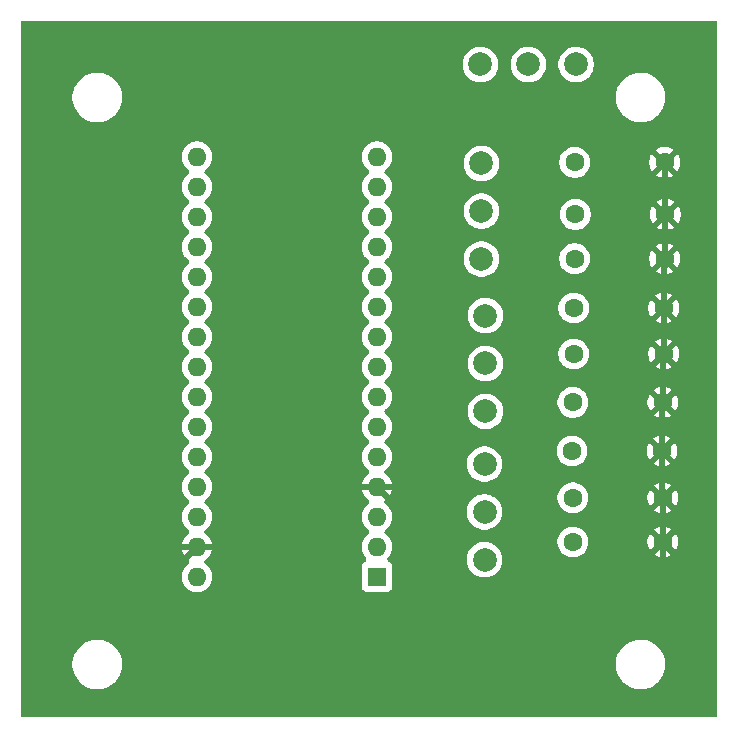
<source format=gbr>
%TF.GenerationSoftware,KiCad,Pcbnew,9.0.7*%
%TF.CreationDate,2026-02-25T23:19:57+02:00*%
%TF.ProjectId,clone-hero-arduino,636c6f6e-652d-4686-9572-6f2d61726475,1*%
%TF.SameCoordinates,Original*%
%TF.FileFunction,Copper,L2,Bot*%
%TF.FilePolarity,Positive*%
%FSLAX46Y46*%
G04 Gerber Fmt 4.6, Leading zero omitted, Abs format (unit mm)*
G04 Created by KiCad (PCBNEW 9.0.7) date 2026-02-25 23:19:57*
%MOMM*%
%LPD*%
G01*
G04 APERTURE LIST*
%TA.AperFunction,ComponentPad*%
%ADD10C,2.000000*%
%TD*%
%TA.AperFunction,ComponentPad*%
%ADD11C,1.600000*%
%TD*%
%TA.AperFunction,ComponentPad*%
%ADD12O,1.600000X1.600000*%
%TD*%
%TA.AperFunction,ComponentPad*%
%ADD13R,1.600000X1.600000*%
%TD*%
%TA.AperFunction,Conductor*%
%ADD14C,0.500000*%
%TD*%
G04 APERTURE END LIST*
D10*
%TO.P,TP3,1,1*%
%TO.N,Net-(A1-D8)*%
X119526000Y-75684000D03*
%TD*%
D11*
%TO.P,R8,1*%
%TO.N,Net-(A1-D3)*%
X127261000Y-95897000D03*
%TO.P,R8,2*%
%TO.N,/GND*%
X134881000Y-95897000D03*
%TD*%
%TO.P,R9,1*%
%TO.N,Net-(A1-D2)*%
X127261000Y-99633000D03*
%TO.P,R9,2*%
%TO.N,/GND*%
X134881000Y-99633000D03*
%TD*%
%TO.P,R2,1*%
%TO.N,Net-(A1-D9)*%
X127485000Y-71910000D03*
%TO.P,R2,2*%
%TO.N,/GND*%
X135105000Y-71910000D03*
%TD*%
%TO.P,R4,1*%
%TO.N,Net-(A1-D7)*%
X127336000Y-79831000D03*
%TO.P,R4,2*%
%TO.N,/GND*%
X134956000Y-79831000D03*
%TD*%
%TO.P,R1,1*%
%TO.N,Net-(A1-D10)*%
X127410000Y-67501000D03*
%TO.P,R1,2*%
%TO.N,/GND*%
X135030000Y-67501000D03*
%TD*%
D10*
%TO.P,TP5,1,1*%
%TO.N,Net-(A1-D6)*%
X119862000Y-84524000D03*
%TD*%
D11*
%TO.P,R7,1*%
%TO.N,Net-(A1-D4)*%
X127186000Y-91936000D03*
%TO.P,R7,2*%
%TO.N,/GND*%
X134806000Y-91936000D03*
%TD*%
D12*
%TO.P,A1,30,VIN*%
%TO.N,unconnected-(A1-VIN-Pad30)*%
X95431000Y-102583000D03*
%TO.P,A1,29,GND*%
%TO.N,/GND*%
X95431000Y-100043000D03*
%TO.P,A1,28,~{RESET}*%
%TO.N,unconnected-(A1-~{RESET}-Pad28)*%
X95431000Y-97503000D03*
%TO.P,A1,27,+5V*%
%TO.N,unconnected-(A1-+5V-Pad27)*%
X95431000Y-94963000D03*
%TO.P,A1,26,A7*%
%TO.N,unconnected-(A1-A7-Pad26)*%
X95431000Y-92423000D03*
%TO.P,A1,25,A6*%
%TO.N,unconnected-(A1-A6-Pad25)*%
X95431000Y-89883000D03*
%TO.P,A1,24,SCL/A5*%
%TO.N,unconnected-(A1-SCL{slash}A5-Pad24)*%
X95431000Y-87343000D03*
%TO.P,A1,23,SDA/A4*%
%TO.N,unconnected-(A1-SDA{slash}A4-Pad23)*%
X95431000Y-84803000D03*
%TO.P,A1,22,A3*%
%TO.N,unconnected-(A1-A3-Pad22)*%
X95431000Y-82263000D03*
%TO.P,A1,21,A2*%
%TO.N,unconnected-(A1-A2-Pad21)*%
X95431000Y-79723000D03*
%TO.P,A1,20,A1*%
%TO.N,unconnected-(A1-A1-Pad20)*%
X95431000Y-77183000D03*
%TO.P,A1,19,A0*%
%TO.N,unconnected-(A1-A0-Pad19)*%
X95431000Y-74643000D03*
%TO.P,A1,18,AREF*%
%TO.N,unconnected-(A1-AREF-Pad18)*%
X95431000Y-72103000D03*
%TO.P,A1,17,3V3*%
%TO.N,/3V3*%
X95431000Y-69563000D03*
%TO.P,A1,16,SCK*%
%TO.N,unconnected-(A1-SCK-Pad16)*%
X95431000Y-67023000D03*
%TO.P,A1,15,MISO*%
%TO.N,unconnected-(A1-MISO-Pad15)*%
X110671000Y-67023000D03*
%TO.P,A1,14,MOSI*%
%TO.N,unconnected-(A1-MOSI-Pad14)*%
X110671000Y-69563000D03*
%TO.P,A1,13,D10*%
%TO.N,Net-(A1-D10)*%
X110671000Y-72103000D03*
%TO.P,A1,12,D9*%
%TO.N,Net-(A1-D9)*%
X110671000Y-74643000D03*
%TO.P,A1,11,D8*%
%TO.N,Net-(A1-D8)*%
X110671000Y-77183000D03*
%TO.P,A1,10,D7*%
%TO.N,Net-(A1-D7)*%
X110671000Y-79723000D03*
%TO.P,A1,9,D6*%
%TO.N,Net-(A1-D6)*%
X110671000Y-82263000D03*
%TO.P,A1,8,D5*%
%TO.N,Net-(A1-D5)*%
X110671000Y-84803000D03*
%TO.P,A1,7,D4*%
%TO.N,Net-(A1-D4)*%
X110671000Y-87343000D03*
%TO.P,A1,6,D3*%
%TO.N,Net-(A1-D3)*%
X110671000Y-89883000D03*
%TO.P,A1,5,D2*%
%TO.N,Net-(A1-D2)*%
X110671000Y-92423000D03*
%TO.P,A1,4,GND*%
%TO.N,/GND*%
X110671000Y-94963000D03*
%TO.P,A1,3,~{RESET}*%
%TO.N,unconnected-(A1-~{RESET}-Pad3)*%
X110671000Y-97503000D03*
%TO.P,A1,2,RX1*%
%TO.N,unconnected-(A1-RX1-Pad2)*%
X110671000Y-100043000D03*
D13*
%TO.P,A1,1,TX1*%
%TO.N,unconnected-(A1-TX1-Pad1)*%
X110671000Y-102583000D03*
%TD*%
D10*
%TO.P,TP4,1,1*%
%TO.N,Net-(A1-D7)*%
X119862000Y-80474000D03*
%TD*%
D11*
%TO.P,R3,1*%
%TO.N,Net-(A1-D8)*%
X127410000Y-75646000D03*
%TO.P,R3,2*%
%TO.N,/GND*%
X135030000Y-75646000D03*
%TD*%
D10*
%TO.P,TP1,1,1*%
%TO.N,Net-(A1-D10)*%
X119526000Y-67584000D03*
%TD*%
%TO.P,TP7,1,1*%
%TO.N,Net-(A1-D4)*%
X119787000Y-93043000D03*
%TD*%
%TO.P,TP8,1,1*%
%TO.N,Net-(A1-D3)*%
X119787000Y-97093000D03*
%TD*%
%TO.P,TP6,1,1*%
%TO.N,Net-(A1-D5)*%
X119862000Y-88574000D03*
%TD*%
%TO.P,TP2,1,1*%
%TO.N,Net-(A1-D9)*%
X119526000Y-71634000D03*
%TD*%
D11*
%TO.P,R6,1*%
%TO.N,Net-(A1-D5)*%
X127261000Y-87826000D03*
%TO.P,R6,2*%
%TO.N,/GND*%
X134881000Y-87826000D03*
%TD*%
%TO.P,R5,1*%
%TO.N,Net-(A1-D6)*%
X127336000Y-83716000D03*
%TO.P,R5,2*%
%TO.N,/GND*%
X134956000Y-83716000D03*
%TD*%
D10*
%TO.P,TP9,1,1*%
%TO.N,Net-(A1-D2)*%
X119787000Y-101143000D03*
%TD*%
%TO.P,TP12,1,1*%
%TO.N,/3V3*%
X127538000Y-59212000D03*
%TD*%
%TO.P,TP10,1,1*%
%TO.N,/3V3*%
X119438000Y-59212000D03*
%TD*%
%TO.P,TP11,1,1*%
%TO.N,/3V3*%
X123488000Y-59212000D03*
%TD*%
D14*
%TO.N,/GND*%
X134806000Y-95822000D02*
X134881000Y-95897000D01*
X134806000Y-91936000D02*
X134806000Y-95822000D01*
X128420000Y-108905000D02*
X115133000Y-108905000D01*
X134881000Y-102444000D02*
X128420000Y-108905000D01*
X134881000Y-99633000D02*
X134881000Y-102444000D01*
X134871000Y-99643000D02*
X134881000Y-99633000D01*
X115282000Y-108756000D02*
X115133000Y-108905000D01*
X110671000Y-94963000D02*
X115282000Y-99574000D01*
X115282000Y-99574000D02*
X115282000Y-108756000D01*
X94235000Y-108905000D02*
X115133000Y-108905000D01*
X91545000Y-106215000D02*
X94235000Y-108905000D01*
X91545000Y-103898000D02*
X91545000Y-106215000D01*
X91576000Y-103898000D02*
X91545000Y-103898000D01*
X95431000Y-100043000D02*
X91576000Y-103898000D01*
X134812000Y-99702000D02*
X134881000Y-99633000D01*
X135105000Y-67576000D02*
X135030000Y-67501000D01*
X135105000Y-71910000D02*
X135105000Y-67576000D01*
X135030000Y-71985000D02*
X135105000Y-71910000D01*
X135030000Y-75646000D02*
X135030000Y-71985000D01*
X134956000Y-75720000D02*
X135030000Y-75646000D01*
X134956000Y-79831000D02*
X134956000Y-75720000D01*
X134956000Y-83716000D02*
X134956000Y-79831000D01*
X134881000Y-83791000D02*
X134956000Y-83716000D01*
X134881000Y-87826000D02*
X134881000Y-83791000D01*
X134806000Y-87901000D02*
X134881000Y-87826000D01*
X134806000Y-91936000D02*
X134806000Y-87901000D01*
X134881000Y-99633000D02*
X134881000Y-95897000D01*
%TD*%
%TA.AperFunction,Conductor*%
%TO.N,/GND*%
G36*
X139345788Y-55519454D02*
G01*
X139426570Y-55573430D01*
X139480546Y-55654212D01*
X139499500Y-55749500D01*
X139499500Y-114250500D01*
X139480546Y-114345788D01*
X139426570Y-114426570D01*
X139345788Y-114480546D01*
X139250500Y-114499500D01*
X80749500Y-114499500D01*
X80654212Y-114480546D01*
X80573430Y-114426570D01*
X80519454Y-114345788D01*
X80500500Y-114250500D01*
X80500500Y-109862326D01*
X84899500Y-109862326D01*
X84899500Y-110137674D01*
X84935440Y-110410666D01*
X85006705Y-110676632D01*
X85112077Y-110931021D01*
X85112079Y-110931025D01*
X85112081Y-110931029D01*
X85249745Y-111169469D01*
X85249751Y-111169479D01*
X85417372Y-111387928D01*
X85612072Y-111582628D01*
X85830521Y-111750249D01*
X85830530Y-111750254D01*
X85830530Y-111750255D01*
X86068970Y-111887918D01*
X86068979Y-111887923D01*
X86323368Y-111993295D01*
X86589334Y-112064560D01*
X86862326Y-112100500D01*
X87137674Y-112100500D01*
X87410666Y-112064560D01*
X87676632Y-111993295D01*
X87931021Y-111887923D01*
X88169479Y-111750249D01*
X88387928Y-111582628D01*
X88582628Y-111387928D01*
X88750249Y-111169479D01*
X88887923Y-110931021D01*
X88993295Y-110676632D01*
X89064560Y-110410666D01*
X89100500Y-110137674D01*
X89100500Y-109862326D01*
X130899500Y-109862326D01*
X130899500Y-110137674D01*
X130935440Y-110410666D01*
X131006705Y-110676632D01*
X131112077Y-110931021D01*
X131112079Y-110931025D01*
X131112081Y-110931029D01*
X131249745Y-111169469D01*
X131249751Y-111169479D01*
X131417372Y-111387928D01*
X131612072Y-111582628D01*
X131830521Y-111750249D01*
X131830530Y-111750254D01*
X131830530Y-111750255D01*
X132068970Y-111887918D01*
X132068979Y-111887923D01*
X132323368Y-111993295D01*
X132589334Y-112064560D01*
X132862326Y-112100500D01*
X133137674Y-112100500D01*
X133410666Y-112064560D01*
X133676632Y-111993295D01*
X133931021Y-111887923D01*
X134169479Y-111750249D01*
X134387928Y-111582628D01*
X134582628Y-111387928D01*
X134750249Y-111169479D01*
X134887923Y-110931021D01*
X134993295Y-110676632D01*
X135064560Y-110410666D01*
X135100500Y-110137674D01*
X135100500Y-109862326D01*
X135064560Y-109589334D01*
X134993295Y-109323368D01*
X134887923Y-109068979D01*
X134750249Y-108830521D01*
X134582628Y-108612072D01*
X134387928Y-108417372D01*
X134169479Y-108249751D01*
X134169469Y-108249745D01*
X134169469Y-108249744D01*
X133931029Y-108112081D01*
X133931025Y-108112079D01*
X133931021Y-108112077D01*
X133676632Y-108006705D01*
X133676633Y-108006705D01*
X133676630Y-108006704D01*
X133561460Y-107975845D01*
X133410666Y-107935440D01*
X133410661Y-107935439D01*
X133410662Y-107935439D01*
X133137674Y-107899500D01*
X132862326Y-107899500D01*
X132589338Y-107935439D01*
X132323370Y-108006704D01*
X132323369Y-108006704D01*
X132149650Y-108078661D01*
X132068979Y-108112077D01*
X132068977Y-108112077D01*
X132068970Y-108112081D01*
X131830530Y-108249744D01*
X131830530Y-108249745D01*
X131830525Y-108249748D01*
X131830521Y-108249751D01*
X131666684Y-108375466D01*
X131612069Y-108417374D01*
X131417374Y-108612069D01*
X131417372Y-108612072D01*
X131249751Y-108830521D01*
X131249748Y-108830525D01*
X131249745Y-108830530D01*
X131249744Y-108830530D01*
X131112081Y-109068970D01*
X131006704Y-109323369D01*
X131006704Y-109323370D01*
X130935440Y-109589334D01*
X130899500Y-109862326D01*
X89100500Y-109862326D01*
X89064560Y-109589334D01*
X88993295Y-109323368D01*
X88887923Y-109068979D01*
X88750249Y-108830521D01*
X88582628Y-108612072D01*
X88387928Y-108417372D01*
X88169479Y-108249751D01*
X88169469Y-108249745D01*
X88169469Y-108249744D01*
X87931029Y-108112081D01*
X87931025Y-108112079D01*
X87931021Y-108112077D01*
X87676632Y-108006705D01*
X87676633Y-108006705D01*
X87676630Y-108006704D01*
X87561460Y-107975845D01*
X87410666Y-107935440D01*
X87410661Y-107935439D01*
X87410662Y-107935439D01*
X87137674Y-107899500D01*
X86862326Y-107899500D01*
X86589338Y-107935439D01*
X86323370Y-108006704D01*
X86323369Y-108006704D01*
X86149650Y-108078661D01*
X86068979Y-108112077D01*
X86068977Y-108112077D01*
X86068970Y-108112081D01*
X85830530Y-108249744D01*
X85830530Y-108249745D01*
X85830525Y-108249748D01*
X85830521Y-108249751D01*
X85666684Y-108375466D01*
X85612069Y-108417374D01*
X85417374Y-108612069D01*
X85417372Y-108612072D01*
X85249751Y-108830521D01*
X85249748Y-108830525D01*
X85249745Y-108830530D01*
X85249744Y-108830530D01*
X85112081Y-109068970D01*
X85006704Y-109323369D01*
X85006704Y-109323370D01*
X84935440Y-109589334D01*
X84899500Y-109862326D01*
X80500500Y-109862326D01*
X80500500Y-66920638D01*
X94130500Y-66920638D01*
X94130500Y-67125361D01*
X94162522Y-67327531D01*
X94225778Y-67522214D01*
X94225782Y-67522224D01*
X94318711Y-67704607D01*
X94439035Y-67870220D01*
X94583781Y-68014966D01*
X94583785Y-68014969D01*
X94689196Y-68091555D01*
X94755145Y-68162898D01*
X94788772Y-68254048D01*
X94784958Y-68351128D01*
X94744283Y-68439358D01*
X94689196Y-68494445D01*
X94583785Y-68571030D01*
X94583781Y-68571033D01*
X94439035Y-68715779D01*
X94318711Y-68881392D01*
X94225782Y-69063775D01*
X94225778Y-69063785D01*
X94162522Y-69258468D01*
X94130500Y-69460638D01*
X94130500Y-69665361D01*
X94162522Y-69867531D01*
X94225778Y-70062214D01*
X94225782Y-70062224D01*
X94318711Y-70244607D01*
X94318713Y-70244610D01*
X94395761Y-70350659D01*
X94439035Y-70410220D01*
X94583781Y-70554966D01*
X94583785Y-70554969D01*
X94689196Y-70631555D01*
X94755145Y-70702898D01*
X94788772Y-70794048D01*
X94784958Y-70891128D01*
X94744283Y-70979358D01*
X94689196Y-71034445D01*
X94583785Y-71111030D01*
X94583781Y-71111033D01*
X94439035Y-71255779D01*
X94318711Y-71421392D01*
X94225782Y-71603775D01*
X94225778Y-71603785D01*
X94162522Y-71798468D01*
X94130500Y-72000638D01*
X94130500Y-72205361D01*
X94162522Y-72407531D01*
X94225778Y-72602214D01*
X94225782Y-72602224D01*
X94304757Y-72757220D01*
X94318713Y-72784610D01*
X94415148Y-72917343D01*
X94439035Y-72950220D01*
X94583781Y-73094966D01*
X94583785Y-73094969D01*
X94689196Y-73171555D01*
X94755145Y-73242898D01*
X94788772Y-73334048D01*
X94784958Y-73431128D01*
X94744283Y-73519358D01*
X94689196Y-73574445D01*
X94583785Y-73651030D01*
X94583781Y-73651033D01*
X94439035Y-73795779D01*
X94318711Y-73961392D01*
X94225782Y-74143775D01*
X94225778Y-74143785D01*
X94162522Y-74338468D01*
X94130500Y-74540638D01*
X94130500Y-74745361D01*
X94162522Y-74947531D01*
X94225778Y-75142214D01*
X94225782Y-75142224D01*
X94278659Y-75246000D01*
X94318713Y-75324610D01*
X94380580Y-75409764D01*
X94439035Y-75490220D01*
X94583781Y-75634966D01*
X94583785Y-75634969D01*
X94689196Y-75711555D01*
X94755145Y-75782898D01*
X94788772Y-75874048D01*
X94784958Y-75971128D01*
X94744283Y-76059358D01*
X94689196Y-76114445D01*
X94583785Y-76191030D01*
X94583781Y-76191033D01*
X94439035Y-76335779D01*
X94318711Y-76501392D01*
X94225782Y-76683775D01*
X94225778Y-76683785D01*
X94162522Y-76878468D01*
X94130500Y-77080638D01*
X94130500Y-77285361D01*
X94162522Y-77487531D01*
X94225778Y-77682214D01*
X94225782Y-77682224D01*
X94318711Y-77864607D01*
X94439035Y-78030220D01*
X94583781Y-78174966D01*
X94583785Y-78174969D01*
X94689196Y-78251555D01*
X94755145Y-78322898D01*
X94788772Y-78414048D01*
X94784958Y-78511128D01*
X94744283Y-78599358D01*
X94689196Y-78654445D01*
X94583785Y-78731030D01*
X94583781Y-78731033D01*
X94439035Y-78875779D01*
X94318711Y-79041392D01*
X94225782Y-79223775D01*
X94225778Y-79223785D01*
X94162522Y-79418468D01*
X94130500Y-79620638D01*
X94130500Y-79825361D01*
X94162522Y-80027531D01*
X94225778Y-80222214D01*
X94225782Y-80222224D01*
X94318711Y-80404607D01*
X94439035Y-80570220D01*
X94583781Y-80714966D01*
X94583785Y-80714969D01*
X94689196Y-80791555D01*
X94755145Y-80862898D01*
X94788772Y-80954048D01*
X94784958Y-81051128D01*
X94744283Y-81139358D01*
X94689196Y-81194445D01*
X94583785Y-81271030D01*
X94583781Y-81271033D01*
X94439035Y-81415779D01*
X94318711Y-81581392D01*
X94225782Y-81763775D01*
X94225778Y-81763785D01*
X94162522Y-81958468D01*
X94130500Y-82160638D01*
X94130500Y-82365361D01*
X94162522Y-82567531D01*
X94225778Y-82762214D01*
X94225782Y-82762224D01*
X94284662Y-82877782D01*
X94318713Y-82944610D01*
X94383941Y-83034390D01*
X94439035Y-83110220D01*
X94583781Y-83254966D01*
X94583785Y-83254969D01*
X94689196Y-83331555D01*
X94755145Y-83402898D01*
X94788772Y-83494048D01*
X94784958Y-83591128D01*
X94744283Y-83679358D01*
X94689196Y-83734445D01*
X94583785Y-83811030D01*
X94583781Y-83811033D01*
X94439035Y-83955779D01*
X94318711Y-84121392D01*
X94225782Y-84303775D01*
X94225778Y-84303785D01*
X94162522Y-84498468D01*
X94130500Y-84700638D01*
X94130500Y-84905361D01*
X94162522Y-85107531D01*
X94225778Y-85302214D01*
X94225782Y-85302224D01*
X94229965Y-85310433D01*
X94318713Y-85484610D01*
X94330991Y-85501510D01*
X94439035Y-85650220D01*
X94583781Y-85794966D01*
X94583785Y-85794969D01*
X94689196Y-85871555D01*
X94755145Y-85942898D01*
X94788772Y-86034048D01*
X94784958Y-86131128D01*
X94744283Y-86219358D01*
X94689196Y-86274445D01*
X94583785Y-86351030D01*
X94583781Y-86351033D01*
X94439035Y-86495779D01*
X94318711Y-86661392D01*
X94225782Y-86843775D01*
X94225778Y-86843785D01*
X94162522Y-87038468D01*
X94130500Y-87240638D01*
X94130500Y-87445361D01*
X94162522Y-87647531D01*
X94225778Y-87842214D01*
X94225782Y-87842224D01*
X94318711Y-88024607D01*
X94318713Y-88024610D01*
X94431285Y-88179554D01*
X94439035Y-88190220D01*
X94583781Y-88334966D01*
X94583785Y-88334969D01*
X94689196Y-88411555D01*
X94755145Y-88482898D01*
X94788772Y-88574048D01*
X94784958Y-88671128D01*
X94744283Y-88759358D01*
X94689196Y-88814445D01*
X94583785Y-88891030D01*
X94583781Y-88891033D01*
X94439035Y-89035779D01*
X94318711Y-89201392D01*
X94225782Y-89383775D01*
X94225778Y-89383785D01*
X94162522Y-89578468D01*
X94130500Y-89780638D01*
X94130500Y-89985361D01*
X94162522Y-90187531D01*
X94225778Y-90382214D01*
X94225782Y-90382224D01*
X94318711Y-90564607D01*
X94318713Y-90564610D01*
X94393482Y-90667522D01*
X94439035Y-90730220D01*
X94583781Y-90874966D01*
X94583785Y-90874969D01*
X94689196Y-90951555D01*
X94755145Y-91022898D01*
X94788772Y-91114048D01*
X94784958Y-91211128D01*
X94744283Y-91299358D01*
X94689196Y-91354445D01*
X94583785Y-91431030D01*
X94583781Y-91431033D01*
X94439035Y-91575779D01*
X94318711Y-91741392D01*
X94225782Y-91923775D01*
X94225778Y-91923785D01*
X94162522Y-92118468D01*
X94130500Y-92320638D01*
X94130500Y-92525361D01*
X94162522Y-92727531D01*
X94225778Y-92922214D01*
X94225778Y-92922215D01*
X94225779Y-92922218D01*
X94225780Y-92922219D01*
X94318713Y-93104610D01*
X94345309Y-93141217D01*
X94439035Y-93270220D01*
X94583781Y-93414966D01*
X94583785Y-93414969D01*
X94689196Y-93491555D01*
X94755145Y-93562898D01*
X94788772Y-93654048D01*
X94784958Y-93751128D01*
X94744283Y-93839358D01*
X94689196Y-93894445D01*
X94583785Y-93971030D01*
X94583781Y-93971033D01*
X94439035Y-94115779D01*
X94318711Y-94281392D01*
X94225782Y-94463775D01*
X94225778Y-94463785D01*
X94162522Y-94658468D01*
X94130500Y-94860638D01*
X94130500Y-95065361D01*
X94162522Y-95267531D01*
X94225778Y-95462214D01*
X94225782Y-95462224D01*
X94310987Y-95629447D01*
X94318713Y-95644610D01*
X94438794Y-95809889D01*
X94439035Y-95810220D01*
X94583781Y-95954966D01*
X94583785Y-95954969D01*
X94689196Y-96031555D01*
X94755145Y-96102898D01*
X94788772Y-96194048D01*
X94784958Y-96291128D01*
X94744283Y-96379358D01*
X94689196Y-96434445D01*
X94583785Y-96511030D01*
X94583781Y-96511033D01*
X94439035Y-96655779D01*
X94318711Y-96821392D01*
X94225782Y-97003775D01*
X94225778Y-97003785D01*
X94162522Y-97198468D01*
X94130500Y-97400638D01*
X94130500Y-97605361D01*
X94162522Y-97807531D01*
X94225778Y-98002214D01*
X94225782Y-98002224D01*
X94260576Y-98070510D01*
X94318713Y-98184610D01*
X94439034Y-98350219D01*
X94583781Y-98494966D01*
X94689622Y-98571863D01*
X94755570Y-98643205D01*
X94789197Y-98734355D01*
X94785383Y-98831435D01*
X94744709Y-98919666D01*
X94689623Y-98974752D01*
X94584111Y-99051411D01*
X94439412Y-99196110D01*
X94319142Y-99361646D01*
X94226242Y-99543974D01*
X94226240Y-99543980D01*
X94163011Y-99738579D01*
X94163007Y-99738593D01*
X94154390Y-99792999D01*
X94154392Y-99793000D01*
X94997988Y-99793000D01*
X94965075Y-99850007D01*
X94931000Y-99977174D01*
X94931000Y-100108826D01*
X94965075Y-100235993D01*
X94997988Y-100293000D01*
X94154391Y-100293000D01*
X94163007Y-100347406D01*
X94163011Y-100347420D01*
X94226240Y-100542019D01*
X94226242Y-100542025D01*
X94319142Y-100724353D01*
X94439412Y-100889889D01*
X94584110Y-101034587D01*
X94689622Y-101111246D01*
X94755570Y-101182589D01*
X94789197Y-101273739D01*
X94785383Y-101370819D01*
X94744708Y-101459050D01*
X94689622Y-101514136D01*
X94583780Y-101591034D01*
X94439035Y-101735779D01*
X94318711Y-101901392D01*
X94225782Y-102083775D01*
X94225778Y-102083785D01*
X94162522Y-102278468D01*
X94130500Y-102480638D01*
X94130500Y-102685361D01*
X94162522Y-102887531D01*
X94225778Y-103082214D01*
X94225782Y-103082224D01*
X94318711Y-103264607D01*
X94318713Y-103264610D01*
X94439034Y-103430219D01*
X94583781Y-103574966D01*
X94749390Y-103695287D01*
X94931781Y-103788220D01*
X95126466Y-103851477D01*
X95197575Y-103862739D01*
X95328638Y-103883499D01*
X95328645Y-103883499D01*
X95328648Y-103883500D01*
X95328651Y-103883500D01*
X95533349Y-103883500D01*
X95533352Y-103883500D01*
X95533355Y-103883499D01*
X95533361Y-103883499D01*
X95628870Y-103868371D01*
X95735534Y-103851477D01*
X95930219Y-103788220D01*
X96112610Y-103695287D01*
X96278219Y-103574966D01*
X96422966Y-103430219D01*
X96543287Y-103264610D01*
X96636220Y-103082219D01*
X96699477Y-102887534D01*
X96731500Y-102685352D01*
X96731500Y-102480648D01*
X96731499Y-102480645D01*
X96731499Y-102480638D01*
X96700911Y-102287521D01*
X96699477Y-102278466D01*
X96636220Y-102083781D01*
X96543287Y-101901390D01*
X96422966Y-101735781D01*
X96278219Y-101591034D01*
X96172376Y-101514135D01*
X96106429Y-101442794D01*
X96072802Y-101351644D01*
X96076616Y-101254564D01*
X96117290Y-101166333D01*
X96172378Y-101111245D01*
X96277891Y-101034585D01*
X96422587Y-100889889D01*
X96542857Y-100724353D01*
X96635757Y-100542025D01*
X96635759Y-100542019D01*
X96698988Y-100347420D01*
X96698992Y-100347406D01*
X96707609Y-100293000D01*
X95864012Y-100293000D01*
X95896925Y-100235993D01*
X95931000Y-100108826D01*
X95931000Y-99977174D01*
X95896925Y-99850007D01*
X95864012Y-99793000D01*
X96707608Y-99793000D01*
X96707609Y-99792999D01*
X96698992Y-99738593D01*
X96698988Y-99738579D01*
X96635759Y-99543980D01*
X96635757Y-99543974D01*
X96542857Y-99361646D01*
X96422587Y-99196110D01*
X96277889Y-99051412D01*
X96172377Y-98974753D01*
X96106428Y-98903410D01*
X96072802Y-98812260D01*
X96076616Y-98715180D01*
X96117291Y-98626949D01*
X96172373Y-98571866D01*
X96278219Y-98494966D01*
X96422966Y-98350219D01*
X96543287Y-98184610D01*
X96636220Y-98002219D01*
X96699477Y-97807534D01*
X96731500Y-97605352D01*
X96731500Y-97400648D01*
X96731499Y-97400645D01*
X96731499Y-97400638D01*
X96710739Y-97269575D01*
X96699477Y-97198466D01*
X96636220Y-97003781D01*
X96621510Y-96974912D01*
X96543288Y-96821392D01*
X96487219Y-96744219D01*
X96422966Y-96655781D01*
X96278219Y-96511034D01*
X96172801Y-96434444D01*
X96106854Y-96363103D01*
X96073227Y-96271953D01*
X96077041Y-96174873D01*
X96117715Y-96086642D01*
X96172802Y-96031555D01*
X96278219Y-95954966D01*
X96422966Y-95810219D01*
X96543287Y-95644610D01*
X96636220Y-95462219D01*
X96699477Y-95267534D01*
X96731500Y-95065352D01*
X96731500Y-94860648D01*
X96731499Y-94860645D01*
X96731499Y-94860638D01*
X96704754Y-94691782D01*
X96699477Y-94658466D01*
X96636220Y-94463781D01*
X96543287Y-94281390D01*
X96422966Y-94115781D01*
X96278219Y-93971034D01*
X96172801Y-93894444D01*
X96106854Y-93823103D01*
X96073227Y-93731953D01*
X96077041Y-93634873D01*
X96117715Y-93546642D01*
X96172802Y-93491555D01*
X96278219Y-93414966D01*
X96422966Y-93270219D01*
X96543287Y-93104610D01*
X96636220Y-92922219D01*
X96636220Y-92922218D01*
X96636222Y-92922215D01*
X96636221Y-92922214D01*
X96699477Y-92727534D01*
X96731500Y-92525352D01*
X96731500Y-92320648D01*
X96731499Y-92320645D01*
X96731499Y-92320638D01*
X96699477Y-92118468D01*
X96699477Y-92118466D01*
X96636220Y-91923781D01*
X96623327Y-91898478D01*
X96543288Y-91741392D01*
X96543287Y-91741390D01*
X96422966Y-91575781D01*
X96278219Y-91431034D01*
X96172801Y-91354444D01*
X96106854Y-91283103D01*
X96073227Y-91191953D01*
X96077041Y-91094873D01*
X96117715Y-91006642D01*
X96172802Y-90951555D01*
X96278219Y-90874966D01*
X96422966Y-90730219D01*
X96543287Y-90564610D01*
X96636220Y-90382219D01*
X96699477Y-90187534D01*
X96731500Y-89985352D01*
X96731500Y-89780648D01*
X96731499Y-89780645D01*
X96731499Y-89780638D01*
X96699477Y-89578468D01*
X96699477Y-89578466D01*
X96636220Y-89383781D01*
X96543287Y-89201390D01*
X96422966Y-89035781D01*
X96278219Y-88891034D01*
X96172801Y-88814444D01*
X96106854Y-88743103D01*
X96073227Y-88651953D01*
X96077041Y-88554873D01*
X96117715Y-88466642D01*
X96172802Y-88411555D01*
X96278219Y-88334966D01*
X96422966Y-88190219D01*
X96543287Y-88024610D01*
X96636220Y-87842219D01*
X96699477Y-87647534D01*
X96731500Y-87445352D01*
X96731500Y-87240648D01*
X96731499Y-87240645D01*
X96731499Y-87240638D01*
X96710739Y-87109575D01*
X96699477Y-87038466D01*
X96636220Y-86843781D01*
X96586664Y-86746523D01*
X96543288Y-86661392D01*
X96514118Y-86621242D01*
X96422966Y-86495781D01*
X96278219Y-86351034D01*
X96172801Y-86274444D01*
X96106854Y-86203103D01*
X96073227Y-86111953D01*
X96077041Y-86014873D01*
X96117715Y-85926642D01*
X96172802Y-85871555D01*
X96278219Y-85794966D01*
X96422966Y-85650219D01*
X96543287Y-85484610D01*
X96636220Y-85302219D01*
X96699477Y-85107534D01*
X96728987Y-84921220D01*
X96731499Y-84905361D01*
X96731500Y-84905349D01*
X96731500Y-84700650D01*
X96731499Y-84700638D01*
X96699477Y-84498468D01*
X96699477Y-84498466D01*
X96636220Y-84303781D01*
X96590996Y-84215025D01*
X96543288Y-84121392D01*
X96470009Y-84020531D01*
X96422966Y-83955781D01*
X96278219Y-83811034D01*
X96172801Y-83734444D01*
X96106854Y-83663103D01*
X96073227Y-83571953D01*
X96077041Y-83474873D01*
X96117715Y-83386642D01*
X96172802Y-83331555D01*
X96278219Y-83254966D01*
X96422966Y-83110219D01*
X96543287Y-82944610D01*
X96636220Y-82762219D01*
X96699477Y-82567534D01*
X96731500Y-82365352D01*
X96731500Y-82160648D01*
X96731499Y-82160645D01*
X96731499Y-82160638D01*
X96710739Y-82029575D01*
X96699477Y-81958466D01*
X96636220Y-81763781D01*
X96543287Y-81581390D01*
X96422966Y-81415781D01*
X96278219Y-81271034D01*
X96172801Y-81194444D01*
X96106854Y-81123103D01*
X96073227Y-81031953D01*
X96077041Y-80934873D01*
X96117715Y-80846642D01*
X96172802Y-80791555D01*
X96278219Y-80714966D01*
X96422966Y-80570219D01*
X96543287Y-80404610D01*
X96636220Y-80222219D01*
X96699477Y-80027534D01*
X96722265Y-79883661D01*
X96731499Y-79825361D01*
X96731500Y-79825349D01*
X96731500Y-79620650D01*
X96731499Y-79620638D01*
X96710739Y-79489575D01*
X96699477Y-79418466D01*
X96636220Y-79223781D01*
X96619343Y-79190659D01*
X96543288Y-79041392D01*
X96543287Y-79041390D01*
X96422966Y-78875781D01*
X96278219Y-78731034D01*
X96172801Y-78654444D01*
X96106854Y-78583103D01*
X96073227Y-78491953D01*
X96077041Y-78394873D01*
X96117715Y-78306642D01*
X96172802Y-78251555D01*
X96278219Y-78174966D01*
X96422966Y-78030219D01*
X96543287Y-77864610D01*
X96636220Y-77682219D01*
X96699477Y-77487534D01*
X96731500Y-77285352D01*
X96731500Y-77080648D01*
X96731499Y-77080645D01*
X96731499Y-77080638D01*
X96710253Y-76946499D01*
X96699477Y-76878466D01*
X96636220Y-76683781D01*
X96543287Y-76501390D01*
X96422966Y-76335781D01*
X96278219Y-76191034D01*
X96172801Y-76114444D01*
X96106854Y-76043103D01*
X96073227Y-75951953D01*
X96077041Y-75854873D01*
X96117715Y-75766642D01*
X96172802Y-75711555D01*
X96278219Y-75634966D01*
X96422966Y-75490219D01*
X96543287Y-75324610D01*
X96636220Y-75142219D01*
X96699477Y-74947534D01*
X96721612Y-74807782D01*
X96731499Y-74745361D01*
X96731500Y-74745349D01*
X96731500Y-74540650D01*
X96731499Y-74540638D01*
X96699477Y-74338468D01*
X96699477Y-74338466D01*
X96636220Y-74143781D01*
X96543287Y-73961390D01*
X96422966Y-73795781D01*
X96278219Y-73651034D01*
X96172801Y-73574444D01*
X96106854Y-73503103D01*
X96073227Y-73411953D01*
X96077041Y-73314873D01*
X96117715Y-73226642D01*
X96172802Y-73171555D01*
X96278219Y-73094966D01*
X96422966Y-72950219D01*
X96543287Y-72784610D01*
X96636220Y-72602219D01*
X96699477Y-72407534D01*
X96722282Y-72263554D01*
X96731499Y-72205361D01*
X96731500Y-72205349D01*
X96731500Y-72000650D01*
X96731499Y-72000638D01*
X96700938Y-71807692D01*
X96699477Y-71798466D01*
X96636220Y-71603781D01*
X96629157Y-71589920D01*
X96543288Y-71421392D01*
X96543287Y-71421390D01*
X96422966Y-71255781D01*
X96278219Y-71111034D01*
X96172801Y-71034444D01*
X96106854Y-70963103D01*
X96073227Y-70871953D01*
X96077041Y-70774873D01*
X96117715Y-70686642D01*
X96172802Y-70631555D01*
X96278219Y-70554966D01*
X96422966Y-70410219D01*
X96543287Y-70244610D01*
X96636220Y-70062219D01*
X96699477Y-69867534D01*
X96731500Y-69665352D01*
X96731500Y-69460648D01*
X96731499Y-69460645D01*
X96731499Y-69460638D01*
X96699477Y-69258468D01*
X96699477Y-69258466D01*
X96636220Y-69063781D01*
X96543287Y-68881390D01*
X96422966Y-68715781D01*
X96278219Y-68571034D01*
X96172801Y-68494444D01*
X96106854Y-68423103D01*
X96073227Y-68331953D01*
X96077041Y-68234873D01*
X96117715Y-68146642D01*
X96172802Y-68091555D01*
X96278219Y-68014966D01*
X96422966Y-67870219D01*
X96543287Y-67704610D01*
X96636220Y-67522219D01*
X96699477Y-67327534D01*
X96716371Y-67220870D01*
X96731499Y-67125361D01*
X96731500Y-67125349D01*
X96731500Y-66920650D01*
X96731499Y-66920638D01*
X109370500Y-66920638D01*
X109370500Y-67125361D01*
X109402522Y-67327531D01*
X109465778Y-67522214D01*
X109465782Y-67522224D01*
X109558711Y-67704607D01*
X109679035Y-67870220D01*
X109823781Y-68014966D01*
X109823785Y-68014969D01*
X109929196Y-68091555D01*
X109995145Y-68162898D01*
X110028772Y-68254048D01*
X110024958Y-68351128D01*
X109984283Y-68439358D01*
X109929196Y-68494445D01*
X109823785Y-68571030D01*
X109823781Y-68571033D01*
X109679035Y-68715779D01*
X109558711Y-68881392D01*
X109465782Y-69063775D01*
X109465778Y-69063785D01*
X109402522Y-69258468D01*
X109370500Y-69460638D01*
X109370500Y-69665361D01*
X109402522Y-69867531D01*
X109465778Y-70062214D01*
X109465782Y-70062224D01*
X109558711Y-70244607D01*
X109558713Y-70244610D01*
X109635761Y-70350659D01*
X109679035Y-70410220D01*
X109823781Y-70554966D01*
X109823785Y-70554969D01*
X109929196Y-70631555D01*
X109995145Y-70702898D01*
X110028772Y-70794048D01*
X110024958Y-70891128D01*
X109984283Y-70979358D01*
X109929196Y-71034445D01*
X109823785Y-71111030D01*
X109823781Y-71111033D01*
X109679035Y-71255779D01*
X109558711Y-71421392D01*
X109465782Y-71603775D01*
X109465778Y-71603785D01*
X109402522Y-71798468D01*
X109370500Y-72000638D01*
X109370500Y-72205361D01*
X109402522Y-72407531D01*
X109465778Y-72602214D01*
X109465782Y-72602224D01*
X109544757Y-72757220D01*
X109558713Y-72784610D01*
X109655148Y-72917343D01*
X109679035Y-72950220D01*
X109823781Y-73094966D01*
X109823785Y-73094969D01*
X109929196Y-73171555D01*
X109995145Y-73242898D01*
X110028772Y-73334048D01*
X110024958Y-73431128D01*
X109984283Y-73519358D01*
X109929196Y-73574445D01*
X109823785Y-73651030D01*
X109823781Y-73651033D01*
X109679035Y-73795779D01*
X109558711Y-73961392D01*
X109465782Y-74143775D01*
X109465778Y-74143785D01*
X109402522Y-74338468D01*
X109370500Y-74540638D01*
X109370500Y-74745361D01*
X109402522Y-74947531D01*
X109465778Y-75142214D01*
X109465782Y-75142224D01*
X109518659Y-75246000D01*
X109558713Y-75324610D01*
X109620580Y-75409764D01*
X109679035Y-75490220D01*
X109823781Y-75634966D01*
X109823785Y-75634969D01*
X109929196Y-75711555D01*
X109995145Y-75782898D01*
X110028772Y-75874048D01*
X110024958Y-75971128D01*
X109984283Y-76059358D01*
X109929196Y-76114445D01*
X109823785Y-76191030D01*
X109823781Y-76191033D01*
X109679035Y-76335779D01*
X109558711Y-76501392D01*
X109465782Y-76683775D01*
X109465778Y-76683785D01*
X109402522Y-76878468D01*
X109370500Y-77080638D01*
X109370500Y-77285361D01*
X109402522Y-77487531D01*
X109465778Y-77682214D01*
X109465782Y-77682224D01*
X109558711Y-77864607D01*
X109679035Y-78030220D01*
X109823781Y-78174966D01*
X109823785Y-78174969D01*
X109929196Y-78251555D01*
X109995145Y-78322898D01*
X110028772Y-78414048D01*
X110024958Y-78511128D01*
X109984283Y-78599358D01*
X109929196Y-78654445D01*
X109823785Y-78731030D01*
X109823781Y-78731033D01*
X109679035Y-78875779D01*
X109558711Y-79041392D01*
X109465782Y-79223775D01*
X109465778Y-79223785D01*
X109402522Y-79418468D01*
X109370500Y-79620638D01*
X109370500Y-79825361D01*
X109402522Y-80027531D01*
X109465778Y-80222214D01*
X109465782Y-80222224D01*
X109558711Y-80404607D01*
X109679035Y-80570220D01*
X109823781Y-80714966D01*
X109823785Y-80714969D01*
X109929196Y-80791555D01*
X109995145Y-80862898D01*
X110028772Y-80954048D01*
X110024958Y-81051128D01*
X109984283Y-81139358D01*
X109929196Y-81194445D01*
X109823785Y-81271030D01*
X109823781Y-81271033D01*
X109679035Y-81415779D01*
X109558711Y-81581392D01*
X109465782Y-81763775D01*
X109465778Y-81763785D01*
X109402522Y-81958468D01*
X109370500Y-82160638D01*
X109370500Y-82365361D01*
X109402522Y-82567531D01*
X109465778Y-82762214D01*
X109465782Y-82762224D01*
X109524662Y-82877782D01*
X109558713Y-82944610D01*
X109623941Y-83034390D01*
X109679035Y-83110220D01*
X109823781Y-83254966D01*
X109823785Y-83254969D01*
X109929196Y-83331555D01*
X109995145Y-83402898D01*
X110028772Y-83494048D01*
X110024958Y-83591128D01*
X109984283Y-83679358D01*
X109929196Y-83734445D01*
X109823785Y-83811030D01*
X109823781Y-83811033D01*
X109679035Y-83955779D01*
X109558711Y-84121392D01*
X109465782Y-84303775D01*
X109465778Y-84303785D01*
X109402522Y-84498468D01*
X109370500Y-84700638D01*
X109370500Y-84905361D01*
X109402522Y-85107531D01*
X109465778Y-85302214D01*
X109465782Y-85302224D01*
X109469965Y-85310433D01*
X109558713Y-85484610D01*
X109570991Y-85501510D01*
X109679035Y-85650220D01*
X109823781Y-85794966D01*
X109823785Y-85794969D01*
X109929196Y-85871555D01*
X109995145Y-85942898D01*
X110028772Y-86034048D01*
X110024958Y-86131128D01*
X109984283Y-86219358D01*
X109929196Y-86274445D01*
X109823785Y-86351030D01*
X109823781Y-86351033D01*
X109679035Y-86495779D01*
X109558711Y-86661392D01*
X109465782Y-86843775D01*
X109465778Y-86843785D01*
X109402522Y-87038468D01*
X109370500Y-87240638D01*
X109370500Y-87445361D01*
X109402522Y-87647531D01*
X109465778Y-87842214D01*
X109465782Y-87842224D01*
X109558711Y-88024607D01*
X109558713Y-88024610D01*
X109671285Y-88179554D01*
X109679035Y-88190220D01*
X109823781Y-88334966D01*
X109823785Y-88334969D01*
X109929196Y-88411555D01*
X109995145Y-88482898D01*
X110028772Y-88574048D01*
X110024958Y-88671128D01*
X109984283Y-88759358D01*
X109929196Y-88814445D01*
X109823785Y-88891030D01*
X109823781Y-88891033D01*
X109679035Y-89035779D01*
X109558711Y-89201392D01*
X109465782Y-89383775D01*
X109465778Y-89383785D01*
X109402522Y-89578468D01*
X109370500Y-89780638D01*
X109370500Y-89985361D01*
X109402522Y-90187531D01*
X109465778Y-90382214D01*
X109465782Y-90382224D01*
X109558711Y-90564607D01*
X109558713Y-90564610D01*
X109633482Y-90667522D01*
X109679035Y-90730220D01*
X109823781Y-90874966D01*
X109823785Y-90874969D01*
X109929196Y-90951555D01*
X109995145Y-91022898D01*
X110028772Y-91114048D01*
X110024958Y-91211128D01*
X109984283Y-91299358D01*
X109929196Y-91354445D01*
X109823785Y-91431030D01*
X109823781Y-91431033D01*
X109679035Y-91575779D01*
X109558711Y-91741392D01*
X109465782Y-91923775D01*
X109465778Y-91923785D01*
X109402522Y-92118468D01*
X109370500Y-92320638D01*
X109370500Y-92525361D01*
X109402522Y-92727531D01*
X109465778Y-92922214D01*
X109465778Y-92922215D01*
X109465779Y-92922218D01*
X109465780Y-92922219D01*
X109558713Y-93104610D01*
X109679034Y-93270219D01*
X109823781Y-93414966D01*
X109929622Y-93491863D01*
X109995570Y-93563205D01*
X110029197Y-93654355D01*
X110025383Y-93751435D01*
X109984709Y-93839666D01*
X109929623Y-93894752D01*
X109824111Y-93971411D01*
X109679412Y-94116110D01*
X109559142Y-94281646D01*
X109466242Y-94463974D01*
X109466240Y-94463980D01*
X109403011Y-94658579D01*
X109403007Y-94658593D01*
X109394390Y-94712999D01*
X109394392Y-94713000D01*
X110237988Y-94713000D01*
X110205075Y-94770007D01*
X110171000Y-94897174D01*
X110171000Y-95028826D01*
X110205075Y-95155993D01*
X110237988Y-95213000D01*
X109394391Y-95213000D01*
X109403007Y-95267406D01*
X109403011Y-95267420D01*
X109466240Y-95462019D01*
X109466242Y-95462025D01*
X109559142Y-95644353D01*
X109679412Y-95809889D01*
X109824110Y-95954587D01*
X109929622Y-96031246D01*
X109995570Y-96102589D01*
X110029197Y-96193739D01*
X110025383Y-96290819D01*
X109984708Y-96379050D01*
X109929622Y-96434136D01*
X109823780Y-96511034D01*
X109679035Y-96655779D01*
X109558711Y-96821392D01*
X109465782Y-97003775D01*
X109465778Y-97003785D01*
X109402522Y-97198468D01*
X109370500Y-97400638D01*
X109370500Y-97605361D01*
X109402522Y-97807531D01*
X109465778Y-98002214D01*
X109465782Y-98002224D01*
X109500576Y-98070510D01*
X109558713Y-98184610D01*
X109666524Y-98333001D01*
X109679035Y-98350220D01*
X109823781Y-98494966D01*
X109823785Y-98494969D01*
X109929196Y-98571555D01*
X109995145Y-98642898D01*
X110028772Y-98734048D01*
X110024958Y-98831128D01*
X109984283Y-98919358D01*
X109929196Y-98974445D01*
X109823785Y-99051030D01*
X109823781Y-99051033D01*
X109679035Y-99195779D01*
X109558711Y-99361392D01*
X109465782Y-99543775D01*
X109465778Y-99543785D01*
X109402522Y-99738468D01*
X109370500Y-99940638D01*
X109370500Y-100145361D01*
X109402522Y-100347531D01*
X109465778Y-100542214D01*
X109465782Y-100542224D01*
X109558582Y-100724353D01*
X109558713Y-100724610D01*
X109678794Y-100889889D01*
X109679035Y-100890220D01*
X109718397Y-100929582D01*
X109772373Y-101010364D01*
X109791327Y-101105652D01*
X109772373Y-101200940D01*
X109718397Y-101281722D01*
X109637615Y-101335698D01*
X109629344Y-101338952D01*
X109628671Y-101339202D01*
X109513455Y-101425453D01*
X109513453Y-101425455D01*
X109427204Y-101540669D01*
X109376908Y-101675518D01*
X109370500Y-101735123D01*
X109370500Y-103430865D01*
X109370500Y-103430868D01*
X109370501Y-103430872D01*
X109372567Y-103450093D01*
X109376908Y-103490480D01*
X109376909Y-103490483D01*
X109427204Y-103625331D01*
X109513454Y-103740546D01*
X109628669Y-103826796D01*
X109763517Y-103877091D01*
X109823127Y-103883500D01*
X111518872Y-103883499D01*
X111578483Y-103877091D01*
X111713331Y-103826796D01*
X111828546Y-103740546D01*
X111914796Y-103625331D01*
X111965091Y-103490483D01*
X111971500Y-103430873D01*
X111971499Y-101735128D01*
X111965091Y-101675517D01*
X111914796Y-101540669D01*
X111828546Y-101425454D01*
X111713331Y-101339204D01*
X111712656Y-101338952D01*
X111711026Y-101337945D01*
X111697702Y-101330670D01*
X111698091Y-101329955D01*
X111673824Y-101314965D01*
X111634410Y-101291903D01*
X111632578Y-101289487D01*
X111630002Y-101287896D01*
X111603298Y-101250866D01*
X111575715Y-101214483D01*
X111574948Y-101211552D01*
X111573175Y-101209094D01*
X111562672Y-101164652D01*
X111551115Y-101120494D01*
X111551527Y-101117492D01*
X111550831Y-101114543D01*
X111558132Y-101069476D01*
X111564263Y-101024912D01*
X118286500Y-101024912D01*
X118286500Y-101261087D01*
X118286501Y-101261103D01*
X118317853Y-101459050D01*
X118323447Y-101494368D01*
X118354856Y-101591034D01*
X118382306Y-101675519D01*
X118396432Y-101718992D01*
X118489368Y-101901390D01*
X118503659Y-101929437D01*
X118642478Y-102120504D01*
X118642480Y-102120506D01*
X118642483Y-102120510D01*
X118809490Y-102287517D01*
X118809493Y-102287519D01*
X118809495Y-102287521D01*
X119000562Y-102426340D01*
X119000564Y-102426341D01*
X119000567Y-102426343D01*
X119211008Y-102533568D01*
X119435632Y-102606553D01*
X119668908Y-102643500D01*
X119668912Y-102643500D01*
X119905088Y-102643500D01*
X119905092Y-102643500D01*
X120138368Y-102606553D01*
X120362992Y-102533568D01*
X120573433Y-102426343D01*
X120764510Y-102287517D01*
X120931517Y-102120510D01*
X121070343Y-101929433D01*
X121177568Y-101718992D01*
X121250553Y-101494368D01*
X121287500Y-101261092D01*
X121287500Y-101024908D01*
X121250553Y-100791632D01*
X121177568Y-100567008D01*
X121070343Y-100356567D01*
X121070341Y-100356564D01*
X121070340Y-100356562D01*
X120931521Y-100165495D01*
X120931519Y-100165493D01*
X120931517Y-100165490D01*
X120764510Y-99998483D01*
X120764506Y-99998480D01*
X120764504Y-99998478D01*
X120573437Y-99859659D01*
X120362988Y-99752430D01*
X120362986Y-99752429D01*
X120188221Y-99695645D01*
X120138368Y-99679447D01*
X120138366Y-99679446D01*
X120138364Y-99679446D01*
X119905103Y-99642501D01*
X119905094Y-99642500D01*
X119905092Y-99642500D01*
X119668908Y-99642500D01*
X119668905Y-99642500D01*
X119668896Y-99642501D01*
X119435635Y-99679446D01*
X119211012Y-99752430D01*
X119000562Y-99859659D01*
X118809495Y-99998478D01*
X118642478Y-100165495D01*
X118503659Y-100356562D01*
X118396430Y-100567012D01*
X118323446Y-100791635D01*
X118286501Y-101024896D01*
X118286500Y-101024912D01*
X111564263Y-101024912D01*
X111564355Y-101024245D01*
X111565848Y-101021859D01*
X111566370Y-101018639D01*
X111613421Y-100940390D01*
X111618349Y-100934835D01*
X111662966Y-100890219D01*
X111783287Y-100724610D01*
X111876220Y-100542219D01*
X111939477Y-100347534D01*
X111968310Y-100165495D01*
X111971499Y-100145361D01*
X111971500Y-100145349D01*
X111971500Y-99940650D01*
X111971499Y-99940638D01*
X111948114Y-99792999D01*
X111939477Y-99738466D01*
X111876220Y-99543781D01*
X111869523Y-99530638D01*
X125960500Y-99530638D01*
X125960500Y-99735361D01*
X125992522Y-99937531D01*
X126055778Y-100132214D01*
X126055782Y-100132224D01*
X126148711Y-100314607D01*
X126148713Y-100314610D01*
X126269034Y-100480219D01*
X126413781Y-100624966D01*
X126579390Y-100745287D01*
X126761781Y-100838220D01*
X126956466Y-100901477D01*
X127027575Y-100912739D01*
X127158638Y-100933499D01*
X127158645Y-100933499D01*
X127158648Y-100933500D01*
X127158651Y-100933500D01*
X127363349Y-100933500D01*
X127363352Y-100933500D01*
X127363355Y-100933499D01*
X127363361Y-100933499D01*
X127458870Y-100918371D01*
X127565534Y-100901477D01*
X127760219Y-100838220D01*
X127942610Y-100745287D01*
X128108219Y-100624966D01*
X128252966Y-100480219D01*
X128255834Y-100476270D01*
X128259510Y-100471213D01*
X128347570Y-100350007D01*
X128373287Y-100314610D01*
X128466220Y-100132219D01*
X128529477Y-99937534D01*
X128552369Y-99793000D01*
X128561499Y-99735361D01*
X128561500Y-99735349D01*
X128561500Y-99530692D01*
X133581000Y-99530692D01*
X133581000Y-99735307D01*
X133581001Y-99735323D01*
X133613009Y-99937413D01*
X133676240Y-100132019D01*
X133676242Y-100132025D01*
X133769140Y-100314350D01*
X133801523Y-100358920D01*
X133801524Y-100358920D01*
X134481000Y-99679444D01*
X134481000Y-99685661D01*
X134508259Y-99787394D01*
X134560920Y-99878606D01*
X134635394Y-99953080D01*
X134726606Y-100005741D01*
X134828339Y-100033000D01*
X134834554Y-100033000D01*
X134155078Y-100712474D01*
X134155078Y-100712475D01*
X134199652Y-100744860D01*
X134381974Y-100837757D01*
X134381980Y-100837759D01*
X134576586Y-100900990D01*
X134778676Y-100932998D01*
X134778692Y-100933000D01*
X134983308Y-100933000D01*
X134983323Y-100932998D01*
X135185413Y-100900990D01*
X135380019Y-100837759D01*
X135380025Y-100837757D01*
X135562342Y-100744863D01*
X135562347Y-100744859D01*
X135606920Y-100712474D01*
X135606921Y-100712474D01*
X134927446Y-100033000D01*
X134933661Y-100033000D01*
X135035394Y-100005741D01*
X135126606Y-99953080D01*
X135201080Y-99878606D01*
X135253741Y-99787394D01*
X135281000Y-99685661D01*
X135281000Y-99679446D01*
X135960474Y-100358921D01*
X135960474Y-100358920D01*
X135992859Y-100314347D01*
X135992863Y-100314342D01*
X136085757Y-100132025D01*
X136085759Y-100132019D01*
X136148990Y-99937413D01*
X136180998Y-99735323D01*
X136181000Y-99735307D01*
X136181000Y-99530692D01*
X136180998Y-99530676D01*
X136148990Y-99328586D01*
X136085759Y-99133980D01*
X136085757Y-99133974D01*
X135992860Y-98951652D01*
X135960474Y-98907078D01*
X135281000Y-99586552D01*
X135281000Y-99580339D01*
X135253741Y-99478606D01*
X135201080Y-99387394D01*
X135126606Y-99312920D01*
X135035394Y-99260259D01*
X134933661Y-99233000D01*
X134927445Y-99233000D01*
X135606920Y-98553524D01*
X135606920Y-98553523D01*
X135562350Y-98521140D01*
X135380025Y-98428242D01*
X135380019Y-98428240D01*
X135185413Y-98365009D01*
X134983323Y-98333001D01*
X134983308Y-98333000D01*
X134778692Y-98333000D01*
X134778676Y-98333001D01*
X134576586Y-98365009D01*
X134381980Y-98428240D01*
X134381974Y-98428242D01*
X134199647Y-98521142D01*
X134155078Y-98553523D01*
X134834555Y-99233000D01*
X134828339Y-99233000D01*
X134726606Y-99260259D01*
X134635394Y-99312920D01*
X134560920Y-99387394D01*
X134508259Y-99478606D01*
X134481000Y-99580339D01*
X134481000Y-99586555D01*
X133801523Y-98907078D01*
X133769142Y-98951647D01*
X133676242Y-99133974D01*
X133676240Y-99133980D01*
X133613009Y-99328586D01*
X133581001Y-99530676D01*
X133581000Y-99530692D01*
X128561500Y-99530692D01*
X128561500Y-99530650D01*
X128561499Y-99530638D01*
X128529477Y-99328468D01*
X128529477Y-99328466D01*
X128466220Y-99133781D01*
X128373287Y-98951390D01*
X128252966Y-98785781D01*
X128108219Y-98641034D01*
X127942610Y-98520713D01*
X127942609Y-98520712D01*
X127942607Y-98520711D01*
X127760224Y-98427782D01*
X127760214Y-98427778D01*
X127565531Y-98364522D01*
X127363361Y-98332500D01*
X127363352Y-98332500D01*
X127158648Y-98332500D01*
X127158638Y-98332500D01*
X126956468Y-98364522D01*
X126761785Y-98427778D01*
X126761775Y-98427782D01*
X126579392Y-98520711D01*
X126413779Y-98641035D01*
X126269035Y-98785779D01*
X126148711Y-98951392D01*
X126055782Y-99133775D01*
X126055778Y-99133785D01*
X125992522Y-99328468D01*
X125960500Y-99530638D01*
X111869523Y-99530638D01*
X111783287Y-99361390D01*
X111662966Y-99195781D01*
X111518219Y-99051034D01*
X111412801Y-98974444D01*
X111346854Y-98903103D01*
X111313227Y-98811953D01*
X111317041Y-98714873D01*
X111357715Y-98626642D01*
X111412802Y-98571555D01*
X111518219Y-98494966D01*
X111662966Y-98350219D01*
X111783287Y-98184610D01*
X111876220Y-98002219D01*
X111939477Y-97807534D01*
X111971500Y-97605352D01*
X111971500Y-97400648D01*
X111971499Y-97400645D01*
X111971499Y-97400638D01*
X111950739Y-97269575D01*
X111939477Y-97198466D01*
X111885949Y-97033726D01*
X111876223Y-97003788D01*
X111876217Y-97003775D01*
X111861511Y-96974912D01*
X118286500Y-96974912D01*
X118286500Y-97211087D01*
X118286501Y-97211103D01*
X118323446Y-97444364D01*
X118323447Y-97444368D01*
X118396432Y-97668992D01*
X118467021Y-97807531D01*
X118503659Y-97879437D01*
X118642478Y-98070504D01*
X118642480Y-98070506D01*
X118642483Y-98070510D01*
X118809490Y-98237517D01*
X118809493Y-98237519D01*
X118809495Y-98237521D01*
X119000562Y-98376340D01*
X119000564Y-98376341D01*
X119000567Y-98376343D01*
X119211008Y-98483568D01*
X119435632Y-98556553D01*
X119668908Y-98593500D01*
X119668912Y-98593500D01*
X119905088Y-98593500D01*
X119905092Y-98593500D01*
X120138368Y-98556553D01*
X120362992Y-98483568D01*
X120573433Y-98376343D01*
X120764510Y-98237517D01*
X120931517Y-98070510D01*
X121070343Y-97879433D01*
X121177568Y-97668992D01*
X121250553Y-97444368D01*
X121287500Y-97211092D01*
X121287500Y-96974908D01*
X121250553Y-96741632D01*
X121177568Y-96517008D01*
X121070343Y-96306567D01*
X121070341Y-96306564D01*
X121070340Y-96306562D01*
X120931521Y-96115495D01*
X120931519Y-96115493D01*
X120931517Y-96115490D01*
X120764510Y-95948483D01*
X120764506Y-95948480D01*
X120764504Y-95948478D01*
X120573437Y-95809659D01*
X120559747Y-95802683D01*
X120543958Y-95794638D01*
X125960500Y-95794638D01*
X125960500Y-95999361D01*
X125992522Y-96201531D01*
X126055778Y-96396214D01*
X126055782Y-96396224D01*
X126148711Y-96578607D01*
X126148713Y-96578610D01*
X126269034Y-96744219D01*
X126413781Y-96888966D01*
X126579390Y-97009287D01*
X126761781Y-97102220D01*
X126956466Y-97165477D01*
X127027575Y-97176739D01*
X127158638Y-97197499D01*
X127158645Y-97197499D01*
X127158648Y-97197500D01*
X127158651Y-97197500D01*
X127363349Y-97197500D01*
X127363352Y-97197500D01*
X127363355Y-97197499D01*
X127363361Y-97197499D01*
X127458870Y-97182371D01*
X127565534Y-97165477D01*
X127760219Y-97102220D01*
X127942610Y-97009287D01*
X128108219Y-96888966D01*
X128252966Y-96744219D01*
X128255834Y-96740270D01*
X128259510Y-96735213D01*
X128373286Y-96578611D01*
X128373287Y-96578610D01*
X128466220Y-96396219D01*
X128529477Y-96201534D01*
X128553257Y-96051394D01*
X128561499Y-95999361D01*
X128561500Y-95999349D01*
X128561500Y-95794692D01*
X133581000Y-95794692D01*
X133581000Y-95999307D01*
X133581001Y-95999323D01*
X133613009Y-96201413D01*
X133676240Y-96396019D01*
X133676242Y-96396025D01*
X133769140Y-96578350D01*
X133801523Y-96622920D01*
X133801524Y-96622920D01*
X134481000Y-95943444D01*
X134481000Y-95949661D01*
X134508259Y-96051394D01*
X134560920Y-96142606D01*
X134635394Y-96217080D01*
X134726606Y-96269741D01*
X134828339Y-96297000D01*
X134834554Y-96297000D01*
X134155078Y-96976474D01*
X134155078Y-96976475D01*
X134199652Y-97008860D01*
X134381974Y-97101757D01*
X134381980Y-97101759D01*
X134576586Y-97164990D01*
X134778676Y-97196998D01*
X134778692Y-97197000D01*
X134983308Y-97197000D01*
X134983323Y-97196998D01*
X135185413Y-97164990D01*
X135380019Y-97101759D01*
X135380025Y-97101757D01*
X135562342Y-97008863D01*
X135562347Y-97008859D01*
X135606920Y-96976474D01*
X135606921Y-96976474D01*
X134927446Y-96297000D01*
X134933661Y-96297000D01*
X135035394Y-96269741D01*
X135126606Y-96217080D01*
X135201080Y-96142606D01*
X135253741Y-96051394D01*
X135281000Y-95949661D01*
X135281000Y-95943446D01*
X135960474Y-96622921D01*
X135960474Y-96622920D01*
X135992859Y-96578347D01*
X135992863Y-96578342D01*
X136085757Y-96396025D01*
X136085759Y-96396019D01*
X136148990Y-96201413D01*
X136180998Y-95999323D01*
X136181000Y-95999307D01*
X136181000Y-95794692D01*
X136180998Y-95794676D01*
X136148990Y-95592586D01*
X136085759Y-95397980D01*
X136085757Y-95397974D01*
X135992860Y-95215652D01*
X135960474Y-95171078D01*
X135281000Y-95850552D01*
X135281000Y-95844339D01*
X135253741Y-95742606D01*
X135201080Y-95651394D01*
X135126606Y-95576920D01*
X135035394Y-95524259D01*
X134933661Y-95497000D01*
X134927445Y-95497000D01*
X135606920Y-94817524D01*
X135606920Y-94817523D01*
X135562350Y-94785140D01*
X135380025Y-94692242D01*
X135380019Y-94692240D01*
X135185413Y-94629009D01*
X134983323Y-94597001D01*
X134983308Y-94597000D01*
X134778692Y-94597000D01*
X134778676Y-94597001D01*
X134576586Y-94629009D01*
X134381980Y-94692240D01*
X134381974Y-94692242D01*
X134199647Y-94785142D01*
X134155078Y-94817523D01*
X134834555Y-95497000D01*
X134828339Y-95497000D01*
X134726606Y-95524259D01*
X134635394Y-95576920D01*
X134560920Y-95651394D01*
X134508259Y-95742606D01*
X134481000Y-95844339D01*
X134481000Y-95850555D01*
X133801523Y-95171078D01*
X133769142Y-95215647D01*
X133676242Y-95397974D01*
X133676240Y-95397980D01*
X133613009Y-95592586D01*
X133581001Y-95794676D01*
X133581000Y-95794692D01*
X128561500Y-95794692D01*
X128561500Y-95794650D01*
X128561499Y-95794638D01*
X128529496Y-95592586D01*
X128529477Y-95592466D01*
X128466220Y-95397781D01*
X128373287Y-95215390D01*
X128252966Y-95049781D01*
X128108219Y-94905034D01*
X127942610Y-94784713D01*
X127942609Y-94784712D01*
X127942607Y-94784711D01*
X127760224Y-94691782D01*
X127760214Y-94691778D01*
X127565531Y-94628522D01*
X127363361Y-94596500D01*
X127363352Y-94596500D01*
X127158648Y-94596500D01*
X127158638Y-94596500D01*
X126956468Y-94628522D01*
X126761785Y-94691778D01*
X126761775Y-94691782D01*
X126579392Y-94784711D01*
X126413779Y-94905035D01*
X126269035Y-95049779D01*
X126148711Y-95215392D01*
X126055782Y-95397775D01*
X126055778Y-95397785D01*
X125992522Y-95592468D01*
X125960500Y-95794638D01*
X120543958Y-95794638D01*
X120362992Y-95702432D01*
X120362989Y-95702431D01*
X120362987Y-95702430D01*
X120238079Y-95661845D01*
X120138368Y-95629447D01*
X120138366Y-95629446D01*
X120138364Y-95629446D01*
X119905103Y-95592501D01*
X119905094Y-95592500D01*
X119905092Y-95592500D01*
X119668908Y-95592500D01*
X119668905Y-95592500D01*
X119668896Y-95592501D01*
X119435635Y-95629446D01*
X119211012Y-95702430D01*
X119000562Y-95809659D01*
X118809495Y-95948478D01*
X118642478Y-96115495D01*
X118503659Y-96306562D01*
X118396430Y-96517012D01*
X118323446Y-96741635D01*
X118286501Y-96974896D01*
X118286500Y-96974912D01*
X111861511Y-96974912D01*
X111783288Y-96821392D01*
X111727219Y-96744219D01*
X111662966Y-96655781D01*
X111518219Y-96511034D01*
X111412376Y-96434135D01*
X111346429Y-96362794D01*
X111312802Y-96271644D01*
X111316616Y-96174564D01*
X111357290Y-96086333D01*
X111412378Y-96031245D01*
X111517891Y-95954585D01*
X111662587Y-95809889D01*
X111782857Y-95644353D01*
X111875757Y-95462025D01*
X111875759Y-95462019D01*
X111938988Y-95267420D01*
X111938992Y-95267406D01*
X111947609Y-95213000D01*
X111104012Y-95213000D01*
X111136925Y-95155993D01*
X111171000Y-95028826D01*
X111171000Y-94897174D01*
X111136925Y-94770007D01*
X111104012Y-94713000D01*
X111947608Y-94713000D01*
X111947609Y-94712999D01*
X111938992Y-94658593D01*
X111938988Y-94658579D01*
X111875759Y-94463980D01*
X111875757Y-94463974D01*
X111782857Y-94281646D01*
X111662587Y-94116110D01*
X111517889Y-93971412D01*
X111412377Y-93894753D01*
X111346428Y-93823410D01*
X111312802Y-93732260D01*
X111316616Y-93635180D01*
X111357291Y-93546949D01*
X111412373Y-93491866D01*
X111518219Y-93414966D01*
X111662966Y-93270219D01*
X111783287Y-93104610D01*
X111874848Y-92924912D01*
X118286500Y-92924912D01*
X118286500Y-93161087D01*
X118286501Y-93161103D01*
X118323446Y-93394364D01*
X118323447Y-93394368D01*
X118355125Y-93491862D01*
X118378305Y-93563205D01*
X118396432Y-93618992D01*
X118454145Y-93732260D01*
X118503659Y-93829437D01*
X118642478Y-94020504D01*
X118642480Y-94020506D01*
X118642483Y-94020510D01*
X118809490Y-94187517D01*
X118809493Y-94187519D01*
X118809495Y-94187521D01*
X119000562Y-94326340D01*
X119000564Y-94326341D01*
X119000567Y-94326343D01*
X119211008Y-94433568D01*
X119435632Y-94506553D01*
X119668908Y-94543500D01*
X119668912Y-94543500D01*
X119905088Y-94543500D01*
X119905092Y-94543500D01*
X120138368Y-94506553D01*
X120362992Y-94433568D01*
X120573433Y-94326343D01*
X120764510Y-94187517D01*
X120931517Y-94020510D01*
X121070343Y-93829433D01*
X121177568Y-93618992D01*
X121250553Y-93394368D01*
X121287500Y-93161092D01*
X121287500Y-92924908D01*
X121250553Y-92691632D01*
X121177568Y-92467008D01*
X121070343Y-92256567D01*
X121070341Y-92256564D01*
X121070340Y-92256562D01*
X120931521Y-92065495D01*
X120931519Y-92065493D01*
X120931517Y-92065490D01*
X120764510Y-91898483D01*
X120764506Y-91898480D01*
X120764504Y-91898478D01*
X120675260Y-91833638D01*
X125885500Y-91833638D01*
X125885500Y-92038361D01*
X125917522Y-92240531D01*
X125980778Y-92435214D01*
X125980782Y-92435224D01*
X126073711Y-92617607D01*
X126073713Y-92617610D01*
X126194034Y-92783219D01*
X126338781Y-92927966D01*
X126504390Y-93048287D01*
X126686781Y-93141220D01*
X126881466Y-93204477D01*
X126952575Y-93215739D01*
X127083638Y-93236499D01*
X127083645Y-93236499D01*
X127083648Y-93236500D01*
X127083651Y-93236500D01*
X127288349Y-93236500D01*
X127288352Y-93236500D01*
X127288355Y-93236499D01*
X127288361Y-93236499D01*
X127383870Y-93221371D01*
X127490534Y-93204477D01*
X127685219Y-93141220D01*
X127867610Y-93048287D01*
X128033219Y-92927966D01*
X128177966Y-92783219D01*
X128180834Y-92779270D01*
X128184510Y-92774213D01*
X128298286Y-92617611D01*
X128298287Y-92617610D01*
X128391220Y-92435219D01*
X128454477Y-92240534D01*
X128486500Y-92038352D01*
X128486500Y-91833692D01*
X133506000Y-91833692D01*
X133506000Y-92038307D01*
X133506001Y-92038323D01*
X133538009Y-92240413D01*
X133601240Y-92435019D01*
X133601242Y-92435025D01*
X133694140Y-92617350D01*
X133726523Y-92661920D01*
X133726524Y-92661920D01*
X134406000Y-91982444D01*
X134406000Y-91988661D01*
X134433259Y-92090394D01*
X134485920Y-92181606D01*
X134560394Y-92256080D01*
X134651606Y-92308741D01*
X134753339Y-92336000D01*
X134759554Y-92336000D01*
X134080078Y-93015474D01*
X134080078Y-93015475D01*
X134124652Y-93047860D01*
X134306974Y-93140757D01*
X134306980Y-93140759D01*
X134501586Y-93203990D01*
X134703676Y-93235998D01*
X134703692Y-93236000D01*
X134908308Y-93236000D01*
X134908323Y-93235998D01*
X135110413Y-93203990D01*
X135305019Y-93140759D01*
X135305025Y-93140757D01*
X135487342Y-93047863D01*
X135487347Y-93047859D01*
X135531920Y-93015474D01*
X135531921Y-93015474D01*
X134852446Y-92336000D01*
X134858661Y-92336000D01*
X134960394Y-92308741D01*
X135051606Y-92256080D01*
X135126080Y-92181606D01*
X135178741Y-92090394D01*
X135206000Y-91988661D01*
X135206000Y-91982446D01*
X135885474Y-92661921D01*
X135885474Y-92661920D01*
X135917859Y-92617347D01*
X135917863Y-92617342D01*
X136010757Y-92435025D01*
X136010759Y-92435019D01*
X136073990Y-92240413D01*
X136105998Y-92038323D01*
X136106000Y-92038307D01*
X136106000Y-91833692D01*
X136105998Y-91833676D01*
X136073990Y-91631586D01*
X136010759Y-91436980D01*
X136010757Y-91436974D01*
X135917860Y-91254652D01*
X135885474Y-91210078D01*
X135206000Y-91889552D01*
X135206000Y-91883339D01*
X135178741Y-91781606D01*
X135126080Y-91690394D01*
X135051606Y-91615920D01*
X134960394Y-91563259D01*
X134858661Y-91536000D01*
X134852445Y-91536000D01*
X135531920Y-90856524D01*
X135531920Y-90856523D01*
X135487350Y-90824140D01*
X135305025Y-90731242D01*
X135305019Y-90731240D01*
X135110413Y-90668009D01*
X134908323Y-90636001D01*
X134908308Y-90636000D01*
X134703692Y-90636000D01*
X134703676Y-90636001D01*
X134501586Y-90668009D01*
X134306980Y-90731240D01*
X134306974Y-90731242D01*
X134124647Y-90824142D01*
X134080078Y-90856523D01*
X134759555Y-91536000D01*
X134753339Y-91536000D01*
X134651606Y-91563259D01*
X134560394Y-91615920D01*
X134485920Y-91690394D01*
X134433259Y-91781606D01*
X134406000Y-91883339D01*
X134406000Y-91889555D01*
X133726523Y-91210078D01*
X133694142Y-91254647D01*
X133601242Y-91436974D01*
X133601240Y-91436980D01*
X133538009Y-91631586D01*
X133506001Y-91833676D01*
X133506000Y-91833692D01*
X128486500Y-91833692D01*
X128486500Y-91833648D01*
X128486499Y-91833645D01*
X128486499Y-91833638D01*
X128454477Y-91631468D01*
X128454477Y-91631466D01*
X128391220Y-91436781D01*
X128298287Y-91254390D01*
X128177966Y-91088781D01*
X128033219Y-90944034D01*
X127867610Y-90823713D01*
X127867609Y-90823712D01*
X127867607Y-90823711D01*
X127685224Y-90730782D01*
X127685214Y-90730778D01*
X127490531Y-90667522D01*
X127288361Y-90635500D01*
X127288352Y-90635500D01*
X127083648Y-90635500D01*
X127083638Y-90635500D01*
X126881468Y-90667522D01*
X126686785Y-90730778D01*
X126686775Y-90730782D01*
X126504392Y-90823711D01*
X126338779Y-90944035D01*
X126194035Y-91088779D01*
X126073711Y-91254392D01*
X125980782Y-91436775D01*
X125980779Y-91436784D01*
X125917522Y-91631468D01*
X125885500Y-91833638D01*
X120675260Y-91833638D01*
X120573437Y-91759659D01*
X120537582Y-91741390D01*
X120362992Y-91652432D01*
X120362989Y-91652431D01*
X120362987Y-91652430D01*
X120238079Y-91611845D01*
X120138368Y-91579447D01*
X120138366Y-91579446D01*
X120138364Y-91579446D01*
X119905103Y-91542501D01*
X119905094Y-91542500D01*
X119905092Y-91542500D01*
X119668908Y-91542500D01*
X119668905Y-91542500D01*
X119668896Y-91542501D01*
X119435635Y-91579446D01*
X119211012Y-91652430D01*
X119000562Y-91759659D01*
X118809495Y-91898478D01*
X118642478Y-92065495D01*
X118503659Y-92256562D01*
X118396430Y-92467012D01*
X118323446Y-92691635D01*
X118286501Y-92924896D01*
X118286500Y-92924912D01*
X111874848Y-92924912D01*
X111876220Y-92922219D01*
X111876220Y-92922218D01*
X111876222Y-92922215D01*
X111876221Y-92922214D01*
X111939477Y-92727534D01*
X111971500Y-92525352D01*
X111971500Y-92320648D01*
X111971499Y-92320645D01*
X111971499Y-92320638D01*
X111939477Y-92118468D01*
X111939477Y-92118466D01*
X111876220Y-91923781D01*
X111863327Y-91898478D01*
X111783288Y-91741392D01*
X111783287Y-91741390D01*
X111662966Y-91575781D01*
X111518219Y-91431034D01*
X111412801Y-91354444D01*
X111346854Y-91283103D01*
X111313227Y-91191953D01*
X111317041Y-91094873D01*
X111357715Y-91006642D01*
X111412802Y-90951555D01*
X111518219Y-90874966D01*
X111662966Y-90730219D01*
X111783287Y-90564610D01*
X111876220Y-90382219D01*
X111939477Y-90187534D01*
X111971500Y-89985352D01*
X111971500Y-89780648D01*
X111971499Y-89780645D01*
X111971499Y-89780638D01*
X111939477Y-89578468D01*
X111939477Y-89578466D01*
X111876220Y-89383781D01*
X111783287Y-89201390D01*
X111662966Y-89035781D01*
X111518219Y-88891034D01*
X111412801Y-88814444D01*
X111391905Y-88791839D01*
X111367957Y-88772505D01*
X111359232Y-88756494D01*
X111346854Y-88743103D01*
X111336199Y-88714223D01*
X111321471Y-88687193D01*
X111319537Y-88669059D01*
X111313227Y-88651953D01*
X111314435Y-88621196D01*
X111311172Y-88590585D01*
X111316325Y-88573092D01*
X111317041Y-88554873D01*
X111329928Y-88526917D01*
X111338627Y-88497390D01*
X111349158Y-88485203D01*
X111357715Y-88466642D01*
X111367750Y-88455912D01*
X118361500Y-88455912D01*
X118361500Y-88692087D01*
X118361501Y-88692103D01*
X118398446Y-88925364D01*
X118463798Y-89126499D01*
X118471432Y-89149992D01*
X118497621Y-89201390D01*
X118578659Y-89360437D01*
X118717478Y-89551504D01*
X118717480Y-89551506D01*
X118717483Y-89551510D01*
X118884490Y-89718517D01*
X118884493Y-89718519D01*
X118884495Y-89718521D01*
X119075562Y-89857340D01*
X119075564Y-89857341D01*
X119075567Y-89857343D01*
X119286008Y-89964568D01*
X119510632Y-90037553D01*
X119743908Y-90074500D01*
X119743912Y-90074500D01*
X119980088Y-90074500D01*
X119980092Y-90074500D01*
X120213368Y-90037553D01*
X120437992Y-89964568D01*
X120648433Y-89857343D01*
X120839510Y-89718517D01*
X121006517Y-89551510D01*
X121145343Y-89360433D01*
X121252568Y-89149992D01*
X121325553Y-88925368D01*
X121362500Y-88692092D01*
X121362500Y-88455908D01*
X121325553Y-88222632D01*
X121252568Y-87998008D01*
X121145343Y-87787567D01*
X121145339Y-87787562D01*
X121098896Y-87723638D01*
X125960500Y-87723638D01*
X125960500Y-87928361D01*
X125992522Y-88130531D01*
X126055778Y-88325214D01*
X126055782Y-88325224D01*
X126148711Y-88507607D01*
X126148713Y-88507610D01*
X126269034Y-88673219D01*
X126413781Y-88817966D01*
X126579390Y-88938287D01*
X126761781Y-89031220D01*
X126956466Y-89094477D01*
X127027575Y-89105739D01*
X127158638Y-89126499D01*
X127158645Y-89126499D01*
X127158648Y-89126500D01*
X127158651Y-89126500D01*
X127363349Y-89126500D01*
X127363352Y-89126500D01*
X127363355Y-89126499D01*
X127363361Y-89126499D01*
X127458870Y-89111371D01*
X127565534Y-89094477D01*
X127760219Y-89031220D01*
X127942610Y-88938287D01*
X128108219Y-88817966D01*
X128252966Y-88673219D01*
X128255988Y-88669059D01*
X128259510Y-88664213D01*
X128373286Y-88507611D01*
X128373287Y-88507610D01*
X128466220Y-88325219D01*
X128529477Y-88130534D01*
X128550467Y-87998012D01*
X128561499Y-87928361D01*
X128561500Y-87928349D01*
X128561500Y-87723692D01*
X133581000Y-87723692D01*
X133581000Y-87928307D01*
X133581001Y-87928323D01*
X133613009Y-88130413D01*
X133676240Y-88325019D01*
X133676242Y-88325025D01*
X133769140Y-88507350D01*
X133801523Y-88551920D01*
X133801524Y-88551920D01*
X134481000Y-87872444D01*
X134481000Y-87878661D01*
X134508259Y-87980394D01*
X134560920Y-88071606D01*
X134635394Y-88146080D01*
X134726606Y-88198741D01*
X134828339Y-88226000D01*
X134834554Y-88226000D01*
X134155078Y-88905474D01*
X134155078Y-88905475D01*
X134199652Y-88937860D01*
X134381974Y-89030757D01*
X134381980Y-89030759D01*
X134576586Y-89093990D01*
X134778676Y-89125998D01*
X134778692Y-89126000D01*
X134983308Y-89126000D01*
X134983323Y-89125998D01*
X135185413Y-89093990D01*
X135380019Y-89030759D01*
X135380025Y-89030757D01*
X135562342Y-88937863D01*
X135562347Y-88937859D01*
X135606920Y-88905474D01*
X135606921Y-88905474D01*
X134927446Y-88226000D01*
X134933661Y-88226000D01*
X135035394Y-88198741D01*
X135126606Y-88146080D01*
X135201080Y-88071606D01*
X135253741Y-87980394D01*
X135281000Y-87878661D01*
X135281000Y-87872446D01*
X135960474Y-88551921D01*
X135960474Y-88551920D01*
X135992859Y-88507347D01*
X135992863Y-88507342D01*
X136085757Y-88325025D01*
X136085759Y-88325019D01*
X136148990Y-88130413D01*
X136180998Y-87928323D01*
X136181000Y-87928307D01*
X136181000Y-87723692D01*
X136180998Y-87723676D01*
X136148990Y-87521586D01*
X136085759Y-87326980D01*
X136085757Y-87326974D01*
X135992860Y-87144652D01*
X135960474Y-87100078D01*
X135281000Y-87779552D01*
X135281000Y-87773339D01*
X135253741Y-87671606D01*
X135201080Y-87580394D01*
X135126606Y-87505920D01*
X135035394Y-87453259D01*
X134933661Y-87426000D01*
X134927445Y-87426000D01*
X135606920Y-86746524D01*
X135606920Y-86746523D01*
X135562350Y-86714140D01*
X135380025Y-86621242D01*
X135380019Y-86621240D01*
X135185413Y-86558009D01*
X134983323Y-86526001D01*
X134983308Y-86526000D01*
X134778692Y-86526000D01*
X134778676Y-86526001D01*
X134576586Y-86558009D01*
X134381980Y-86621240D01*
X134381974Y-86621242D01*
X134199647Y-86714142D01*
X134155078Y-86746523D01*
X134834555Y-87426000D01*
X134828339Y-87426000D01*
X134726606Y-87453259D01*
X134635394Y-87505920D01*
X134560920Y-87580394D01*
X134508259Y-87671606D01*
X134481000Y-87773339D01*
X134481000Y-87779555D01*
X133801523Y-87100078D01*
X133769142Y-87144647D01*
X133676242Y-87326974D01*
X133676240Y-87326980D01*
X133613009Y-87521586D01*
X133581001Y-87723676D01*
X133581000Y-87723692D01*
X128561500Y-87723692D01*
X128561500Y-87723650D01*
X128561499Y-87723638D01*
X128529477Y-87521468D01*
X128529477Y-87521466D01*
X128466220Y-87326781D01*
X128373287Y-87144390D01*
X128252966Y-86978781D01*
X128108219Y-86834034D01*
X127942610Y-86713713D01*
X127942609Y-86713712D01*
X127942607Y-86713711D01*
X127760224Y-86620782D01*
X127760214Y-86620778D01*
X127565531Y-86557522D01*
X127363361Y-86525500D01*
X127363352Y-86525500D01*
X127158648Y-86525500D01*
X127158638Y-86525500D01*
X126956468Y-86557522D01*
X126761785Y-86620778D01*
X126761775Y-86620782D01*
X126579392Y-86713711D01*
X126413779Y-86834035D01*
X126269035Y-86978779D01*
X126148711Y-87144392D01*
X126055782Y-87326775D01*
X126055778Y-87326785D01*
X125992522Y-87521468D01*
X125960500Y-87723638D01*
X121098896Y-87723638D01*
X121006521Y-87596495D01*
X121006519Y-87596493D01*
X121006517Y-87596490D01*
X120839510Y-87429483D01*
X120839506Y-87429480D01*
X120839504Y-87429478D01*
X120648437Y-87290659D01*
X120634747Y-87283683D01*
X120437992Y-87183432D01*
X120437989Y-87183431D01*
X120437987Y-87183430D01*
X120313079Y-87142845D01*
X120213368Y-87110447D01*
X120213366Y-87110446D01*
X120213364Y-87110446D01*
X119980103Y-87073501D01*
X119980094Y-87073500D01*
X119980092Y-87073500D01*
X119743908Y-87073500D01*
X119743905Y-87073500D01*
X119743896Y-87073501D01*
X119510635Y-87110446D01*
X119286012Y-87183430D01*
X119075562Y-87290659D01*
X118884495Y-87429478D01*
X118717478Y-87596495D01*
X118578659Y-87787562D01*
X118471430Y-87998012D01*
X118398446Y-88222635D01*
X118361501Y-88455896D01*
X118361500Y-88455912D01*
X111367750Y-88455912D01*
X111399656Y-88421796D01*
X111406060Y-88416453D01*
X111518219Y-88334966D01*
X111662966Y-88190219D01*
X111783287Y-88024610D01*
X111876220Y-87842219D01*
X111939477Y-87647534D01*
X111971500Y-87445352D01*
X111971500Y-87240648D01*
X111971499Y-87240645D01*
X111971499Y-87240638D01*
X111950739Y-87109575D01*
X111939477Y-87038466D01*
X111876220Y-86843781D01*
X111826664Y-86746523D01*
X111783288Y-86661392D01*
X111754118Y-86621242D01*
X111662966Y-86495781D01*
X111518219Y-86351034D01*
X111412801Y-86274444D01*
X111346854Y-86203103D01*
X111313227Y-86111953D01*
X111317041Y-86014873D01*
X111357715Y-85926642D01*
X111412802Y-85871555D01*
X111518219Y-85794966D01*
X111662966Y-85650219D01*
X111783287Y-85484610D01*
X111876220Y-85302219D01*
X111939477Y-85107534D01*
X111968987Y-84921220D01*
X111971499Y-84905361D01*
X111971500Y-84905349D01*
X111971500Y-84700650D01*
X111971499Y-84700638D01*
X111939477Y-84498466D01*
X111931226Y-84473072D01*
X111931225Y-84473071D01*
X111930234Y-84470019D01*
X111909405Y-84405912D01*
X118361500Y-84405912D01*
X118361500Y-84642087D01*
X118361501Y-84642103D01*
X118390923Y-84827863D01*
X118398447Y-84875368D01*
X118413344Y-84921217D01*
X118444140Y-85015998D01*
X118471432Y-85099992D01*
X118475275Y-85107534D01*
X118578659Y-85310437D01*
X118717478Y-85501504D01*
X118717480Y-85501506D01*
X118717483Y-85501510D01*
X118884490Y-85668517D01*
X118884493Y-85668519D01*
X118884495Y-85668521D01*
X119075562Y-85807340D01*
X119075564Y-85807341D01*
X119075567Y-85807343D01*
X119286008Y-85914568D01*
X119510632Y-85987553D01*
X119743908Y-86024500D01*
X119743912Y-86024500D01*
X119980088Y-86024500D01*
X119980092Y-86024500D01*
X120213368Y-85987553D01*
X120437992Y-85914568D01*
X120648433Y-85807343D01*
X120839510Y-85668517D01*
X121006517Y-85501510D01*
X121145343Y-85310433D01*
X121252568Y-85099992D01*
X121325553Y-84875368D01*
X121362500Y-84642092D01*
X121362500Y-84405908D01*
X121325553Y-84172632D01*
X121252568Y-83948008D01*
X121145343Y-83737567D01*
X121145341Y-83737564D01*
X121145340Y-83737562D01*
X121055303Y-83613638D01*
X126035500Y-83613638D01*
X126035500Y-83818361D01*
X126067522Y-84020531D01*
X126130778Y-84215214D01*
X126130782Y-84215224D01*
X126223711Y-84397607D01*
X126223713Y-84397610D01*
X126344034Y-84563219D01*
X126488781Y-84707966D01*
X126654390Y-84828287D01*
X126654392Y-84828288D01*
X126746791Y-84875368D01*
X126836781Y-84921220D01*
X127031466Y-84984477D01*
X127102575Y-84995739D01*
X127233638Y-85016499D01*
X127233645Y-85016499D01*
X127233648Y-85016500D01*
X127233651Y-85016500D01*
X127438349Y-85016500D01*
X127438352Y-85016500D01*
X127438355Y-85016499D01*
X127438361Y-85016499D01*
X127533870Y-85001371D01*
X127640534Y-84984477D01*
X127835219Y-84921220D01*
X128017610Y-84828287D01*
X128183219Y-84707966D01*
X128327966Y-84563219D01*
X128330834Y-84559270D01*
X128334510Y-84554213D01*
X128448286Y-84397611D01*
X128448287Y-84397610D01*
X128541220Y-84215219D01*
X128604477Y-84020534D01*
X128636500Y-83818352D01*
X128636500Y-83613692D01*
X133656000Y-83613692D01*
X133656000Y-83818307D01*
X133656001Y-83818323D01*
X133688009Y-84020413D01*
X133751240Y-84215019D01*
X133751242Y-84215025D01*
X133844140Y-84397350D01*
X133876523Y-84441920D01*
X133876524Y-84441920D01*
X134556000Y-83762444D01*
X134556000Y-83768661D01*
X134583259Y-83870394D01*
X134635920Y-83961606D01*
X134710394Y-84036080D01*
X134801606Y-84088741D01*
X134903339Y-84116000D01*
X134909554Y-84116000D01*
X134230078Y-84795474D01*
X134230078Y-84795475D01*
X134274652Y-84827860D01*
X134456974Y-84920757D01*
X134456980Y-84920759D01*
X134651586Y-84983990D01*
X134853676Y-85015998D01*
X134853692Y-85016000D01*
X135058308Y-85016000D01*
X135058323Y-85015998D01*
X135260413Y-84983990D01*
X135455019Y-84920759D01*
X135455025Y-84920757D01*
X135637342Y-84827863D01*
X135637347Y-84827859D01*
X135681920Y-84795474D01*
X135681921Y-84795474D01*
X135002446Y-84116000D01*
X135008661Y-84116000D01*
X135110394Y-84088741D01*
X135201606Y-84036080D01*
X135276080Y-83961606D01*
X135328741Y-83870394D01*
X135356000Y-83768661D01*
X135356000Y-83762446D01*
X136035474Y-84441921D01*
X136035474Y-84441920D01*
X136067859Y-84397347D01*
X136067863Y-84397342D01*
X136160757Y-84215025D01*
X136160759Y-84215019D01*
X136223990Y-84020413D01*
X136255998Y-83818323D01*
X136256000Y-83818307D01*
X136256000Y-83613692D01*
X136255998Y-83613676D01*
X136223990Y-83411586D01*
X136160759Y-83216980D01*
X136160757Y-83216974D01*
X136067860Y-83034652D01*
X136035474Y-82990078D01*
X135356000Y-83669552D01*
X135356000Y-83663339D01*
X135328741Y-83561606D01*
X135276080Y-83470394D01*
X135201606Y-83395920D01*
X135110394Y-83343259D01*
X135008661Y-83316000D01*
X135002445Y-83316000D01*
X135681920Y-82636524D01*
X135681920Y-82636523D01*
X135637350Y-82604140D01*
X135455025Y-82511242D01*
X135455019Y-82511240D01*
X135260413Y-82448009D01*
X135058323Y-82416001D01*
X135058308Y-82416000D01*
X134853692Y-82416000D01*
X134853676Y-82416001D01*
X134651586Y-82448009D01*
X134456980Y-82511240D01*
X134456974Y-82511242D01*
X134274647Y-82604142D01*
X134230078Y-82636523D01*
X134909555Y-83316000D01*
X134903339Y-83316000D01*
X134801606Y-83343259D01*
X134710394Y-83395920D01*
X134635920Y-83470394D01*
X134583259Y-83561606D01*
X134556000Y-83663339D01*
X134556000Y-83669555D01*
X133876523Y-82990078D01*
X133844142Y-83034647D01*
X133751242Y-83216974D01*
X133751240Y-83216980D01*
X133688009Y-83411586D01*
X133656001Y-83613676D01*
X133656000Y-83613692D01*
X128636500Y-83613692D01*
X128636500Y-83613648D01*
X128636499Y-83613645D01*
X128636499Y-83613638D01*
X128604477Y-83411468D01*
X128604477Y-83411466D01*
X128541220Y-83216781D01*
X128498751Y-83133432D01*
X128448288Y-83034392D01*
X128448287Y-83034390D01*
X128327966Y-82868781D01*
X128183219Y-82724034D01*
X128017610Y-82603713D01*
X128017609Y-82603712D01*
X128017607Y-82603711D01*
X127835224Y-82510782D01*
X127835214Y-82510778D01*
X127640531Y-82447522D01*
X127438361Y-82415500D01*
X127438352Y-82415500D01*
X127233648Y-82415500D01*
X127233638Y-82415500D01*
X127031468Y-82447522D01*
X126836785Y-82510778D01*
X126836775Y-82510782D01*
X126654392Y-82603711D01*
X126488779Y-82724035D01*
X126344035Y-82868779D01*
X126223711Y-83034392D01*
X126130782Y-83216775D01*
X126130778Y-83216785D01*
X126067522Y-83411468D01*
X126035500Y-83613638D01*
X121055303Y-83613638D01*
X121006521Y-83546495D01*
X121006519Y-83546493D01*
X121006517Y-83546490D01*
X120839510Y-83379483D01*
X120839506Y-83379480D01*
X120839504Y-83379478D01*
X120648437Y-83240659D01*
X120601952Y-83216974D01*
X120437992Y-83133432D01*
X120437989Y-83133431D01*
X120437987Y-83133430D01*
X120313079Y-83092845D01*
X120213368Y-83060447D01*
X120213366Y-83060446D01*
X120213364Y-83060446D01*
X119980103Y-83023501D01*
X119980094Y-83023500D01*
X119980092Y-83023500D01*
X119743908Y-83023500D01*
X119743905Y-83023500D01*
X119743896Y-83023501D01*
X119510635Y-83060446D01*
X119286012Y-83133430D01*
X119075562Y-83240659D01*
X118884495Y-83379478D01*
X118717478Y-83546495D01*
X118578659Y-83737562D01*
X118471430Y-83948012D01*
X118398446Y-84172635D01*
X118361501Y-84405896D01*
X118361500Y-84405912D01*
X111909405Y-84405912D01*
X111876223Y-84303788D01*
X111876217Y-84303775D01*
X111783288Y-84121392D01*
X111710009Y-84020531D01*
X111662966Y-83955781D01*
X111518219Y-83811034D01*
X111412801Y-83734444D01*
X111346854Y-83663103D01*
X111313227Y-83571953D01*
X111317041Y-83474873D01*
X111357715Y-83386642D01*
X111412802Y-83331555D01*
X111518219Y-83254966D01*
X111662966Y-83110219D01*
X111783287Y-82944610D01*
X111876220Y-82762219D01*
X111939477Y-82567534D01*
X111971500Y-82365352D01*
X111971500Y-82160648D01*
X111971499Y-82160645D01*
X111971499Y-82160638D01*
X111950739Y-82029575D01*
X111939477Y-81958466D01*
X111876220Y-81763781D01*
X111783287Y-81581390D01*
X111662966Y-81415781D01*
X111518219Y-81271034D01*
X111412801Y-81194444D01*
X111346854Y-81123103D01*
X111313227Y-81031953D01*
X111317041Y-80934873D01*
X111357715Y-80846642D01*
X111412802Y-80791555D01*
X111518219Y-80714966D01*
X111662966Y-80570219D01*
X111783287Y-80404610D01*
X111808100Y-80355912D01*
X118361500Y-80355912D01*
X118361500Y-80592087D01*
X118361501Y-80592103D01*
X118398446Y-80825364D01*
X118398447Y-80825368D01*
X118410641Y-80862898D01*
X118466957Y-81036221D01*
X118471432Y-81049992D01*
X118545035Y-81194446D01*
X118578659Y-81260437D01*
X118717478Y-81451504D01*
X118717480Y-81451506D01*
X118717483Y-81451510D01*
X118884490Y-81618517D01*
X118884493Y-81618519D01*
X118884495Y-81618521D01*
X119075562Y-81757340D01*
X119075564Y-81757341D01*
X119075567Y-81757343D01*
X119286008Y-81864568D01*
X119510632Y-81937553D01*
X119743908Y-81974500D01*
X119743912Y-81974500D01*
X119980088Y-81974500D01*
X119980092Y-81974500D01*
X120213368Y-81937553D01*
X120437992Y-81864568D01*
X120648433Y-81757343D01*
X120839510Y-81618517D01*
X121006517Y-81451510D01*
X121145343Y-81260433D01*
X121252568Y-81049992D01*
X121325553Y-80825368D01*
X121362500Y-80592092D01*
X121362500Y-80355908D01*
X121325553Y-80122632D01*
X121252568Y-79898008D01*
X121166270Y-79728638D01*
X126035500Y-79728638D01*
X126035500Y-79933361D01*
X126067522Y-80135531D01*
X126130778Y-80330214D01*
X126130782Y-80330224D01*
X126223711Y-80512607D01*
X126223713Y-80512610D01*
X126344034Y-80678219D01*
X126488781Y-80822966D01*
X126654390Y-80943287D01*
X126654392Y-80943288D01*
X126828406Y-81031953D01*
X126836781Y-81036220D01*
X127031466Y-81099477D01*
X127102575Y-81110739D01*
X127233638Y-81131499D01*
X127233645Y-81131499D01*
X127233648Y-81131500D01*
X127233651Y-81131500D01*
X127438349Y-81131500D01*
X127438352Y-81131500D01*
X127438355Y-81131499D01*
X127438361Y-81131499D01*
X127533870Y-81116371D01*
X127640534Y-81099477D01*
X127835219Y-81036220D01*
X128017610Y-80943287D01*
X128183219Y-80822966D01*
X128327966Y-80678219D01*
X128330834Y-80674270D01*
X128334510Y-80669213D01*
X128448286Y-80512611D01*
X128448287Y-80512610D01*
X128541220Y-80330219D01*
X128604477Y-80135534D01*
X128636500Y-79933352D01*
X128636500Y-79728692D01*
X133656000Y-79728692D01*
X133656000Y-79933307D01*
X133656001Y-79933323D01*
X133688009Y-80135413D01*
X133751240Y-80330019D01*
X133751242Y-80330025D01*
X133844140Y-80512350D01*
X133876523Y-80556920D01*
X133876524Y-80556920D01*
X134556000Y-79877444D01*
X134556000Y-79883661D01*
X134583259Y-79985394D01*
X134635920Y-80076606D01*
X134710394Y-80151080D01*
X134801606Y-80203741D01*
X134903339Y-80231000D01*
X134909554Y-80231000D01*
X134230078Y-80910474D01*
X134230078Y-80910475D01*
X134274652Y-80942860D01*
X134456974Y-81035757D01*
X134456980Y-81035759D01*
X134651586Y-81098990D01*
X134853676Y-81130998D01*
X134853692Y-81131000D01*
X135058308Y-81131000D01*
X135058323Y-81130998D01*
X135260413Y-81098990D01*
X135455019Y-81035759D01*
X135455025Y-81035757D01*
X135637342Y-80942863D01*
X135637347Y-80942859D01*
X135681920Y-80910474D01*
X135681921Y-80910474D01*
X135002446Y-80231000D01*
X135008661Y-80231000D01*
X135110394Y-80203741D01*
X135201606Y-80151080D01*
X135276080Y-80076606D01*
X135328741Y-79985394D01*
X135356000Y-79883661D01*
X135356000Y-79877446D01*
X136035474Y-80556921D01*
X136035474Y-80556920D01*
X136067859Y-80512347D01*
X136067863Y-80512342D01*
X136160757Y-80330025D01*
X136160759Y-80330019D01*
X136223990Y-80135413D01*
X136255998Y-79933323D01*
X136256000Y-79933307D01*
X136256000Y-79728692D01*
X136255998Y-79728676D01*
X136223990Y-79526586D01*
X136160759Y-79331980D01*
X136160757Y-79331974D01*
X136067860Y-79149652D01*
X136035474Y-79105078D01*
X135356000Y-79784552D01*
X135356000Y-79778339D01*
X135328741Y-79676606D01*
X135276080Y-79585394D01*
X135201606Y-79510920D01*
X135110394Y-79458259D01*
X135008661Y-79431000D01*
X135002445Y-79431000D01*
X135681920Y-78751524D01*
X135681920Y-78751523D01*
X135637350Y-78719140D01*
X135455025Y-78626242D01*
X135455019Y-78626240D01*
X135260413Y-78563009D01*
X135058323Y-78531001D01*
X135058308Y-78531000D01*
X134853692Y-78531000D01*
X134853676Y-78531001D01*
X134651586Y-78563009D01*
X134456980Y-78626240D01*
X134456974Y-78626242D01*
X134274647Y-78719142D01*
X134230078Y-78751523D01*
X134909555Y-79431000D01*
X134903339Y-79431000D01*
X134801606Y-79458259D01*
X134710394Y-79510920D01*
X134635920Y-79585394D01*
X134583259Y-79676606D01*
X134556000Y-79778339D01*
X134556000Y-79784555D01*
X133876523Y-79105078D01*
X133844142Y-79149647D01*
X133751242Y-79331974D01*
X133751240Y-79331980D01*
X133688009Y-79526586D01*
X133656001Y-79728676D01*
X133656000Y-79728692D01*
X128636500Y-79728692D01*
X128636500Y-79728648D01*
X128636499Y-79728645D01*
X128636499Y-79728638D01*
X128604477Y-79526468D01*
X128604477Y-79526466D01*
X128541220Y-79331781D01*
X128448287Y-79149390D01*
X128327966Y-78983781D01*
X128183219Y-78839034D01*
X128017610Y-78718713D01*
X128017609Y-78718712D01*
X128017607Y-78718711D01*
X127835224Y-78625782D01*
X127835214Y-78625778D01*
X127640531Y-78562522D01*
X127438361Y-78530500D01*
X127438352Y-78530500D01*
X127233648Y-78530500D01*
X127233638Y-78530500D01*
X127031468Y-78562522D01*
X126836785Y-78625778D01*
X126836775Y-78625782D01*
X126654392Y-78718711D01*
X126488779Y-78839035D01*
X126344035Y-78983779D01*
X126223711Y-79149392D01*
X126130782Y-79331775D01*
X126130778Y-79331785D01*
X126067522Y-79526468D01*
X126035500Y-79728638D01*
X121166270Y-79728638D01*
X121145343Y-79687567D01*
X121145339Y-79687562D01*
X121006521Y-79496495D01*
X121006519Y-79496493D01*
X121006517Y-79496490D01*
X120839510Y-79329483D01*
X120839506Y-79329480D01*
X120839504Y-79329478D01*
X120648437Y-79190659D01*
X120567946Y-79149647D01*
X120437992Y-79083432D01*
X120437989Y-79083431D01*
X120437987Y-79083430D01*
X120308600Y-79041390D01*
X120213368Y-79010447D01*
X120213366Y-79010446D01*
X120213364Y-79010446D01*
X119980103Y-78973501D01*
X119980094Y-78973500D01*
X119980092Y-78973500D01*
X119743908Y-78973500D01*
X119743905Y-78973500D01*
X119743896Y-78973501D01*
X119510635Y-79010446D01*
X119286012Y-79083430D01*
X119075562Y-79190659D01*
X118884495Y-79329478D01*
X118717478Y-79496495D01*
X118578659Y-79687562D01*
X118471430Y-79898012D01*
X118398446Y-80122635D01*
X118361501Y-80355896D01*
X118361500Y-80355912D01*
X111808100Y-80355912D01*
X111876220Y-80222219D01*
X111939477Y-80027534D01*
X111962265Y-79883661D01*
X111971499Y-79825361D01*
X111971500Y-79825349D01*
X111971500Y-79620650D01*
X111971499Y-79620638D01*
X111950739Y-79489575D01*
X111939477Y-79418466D01*
X111876220Y-79223781D01*
X111859343Y-79190659D01*
X111783288Y-79041392D01*
X111783287Y-79041390D01*
X111662966Y-78875781D01*
X111518219Y-78731034D01*
X111412801Y-78654444D01*
X111346854Y-78583103D01*
X111313227Y-78491953D01*
X111317041Y-78394873D01*
X111357715Y-78306642D01*
X111412802Y-78251555D01*
X111518219Y-78174966D01*
X111662966Y-78030219D01*
X111783287Y-77864610D01*
X111876220Y-77682219D01*
X111939477Y-77487534D01*
X111971500Y-77285352D01*
X111971500Y-77080648D01*
X111971499Y-77080645D01*
X111971499Y-77080638D01*
X111950253Y-76946499D01*
X111939477Y-76878466D01*
X111876220Y-76683781D01*
X111783287Y-76501390D01*
X111662966Y-76335781D01*
X111518219Y-76191034D01*
X111412801Y-76114444D01*
X111346854Y-76043103D01*
X111313227Y-75951953D01*
X111317041Y-75854873D01*
X111357715Y-75766642D01*
X111412802Y-75711555D01*
X111518219Y-75634966D01*
X111587273Y-75565912D01*
X118025500Y-75565912D01*
X118025500Y-75802087D01*
X118025501Y-75802103D01*
X118062446Y-76035364D01*
X118062447Y-76035368D01*
X118135432Y-76259992D01*
X118192462Y-76371920D01*
X118242659Y-76470437D01*
X118381478Y-76661504D01*
X118381480Y-76661506D01*
X118381483Y-76661510D01*
X118548490Y-76828517D01*
X118548493Y-76828519D01*
X118548495Y-76828521D01*
X118739562Y-76967340D01*
X118739564Y-76967341D01*
X118739567Y-76967343D01*
X118950008Y-77074568D01*
X119174632Y-77147553D01*
X119407908Y-77184500D01*
X119407912Y-77184500D01*
X119644088Y-77184500D01*
X119644092Y-77184500D01*
X119877368Y-77147553D01*
X120101992Y-77074568D01*
X120312433Y-76967343D01*
X120503510Y-76828517D01*
X120670517Y-76661510D01*
X120809343Y-76470433D01*
X120916568Y-76259992D01*
X120989553Y-76035368D01*
X121026500Y-75802092D01*
X121026500Y-75565908D01*
X121022981Y-75543692D01*
X121022972Y-75543638D01*
X126109500Y-75543638D01*
X126109500Y-75748361D01*
X126141522Y-75950531D01*
X126204778Y-76145214D01*
X126204782Y-76145224D01*
X126297711Y-76327607D01*
X126297713Y-76327610D01*
X126418034Y-76493219D01*
X126562781Y-76637966D01*
X126728390Y-76758287D01*
X126910781Y-76851220D01*
X127105466Y-76914477D01*
X127176575Y-76925739D01*
X127307638Y-76946499D01*
X127307645Y-76946499D01*
X127307648Y-76946500D01*
X127307651Y-76946500D01*
X127512349Y-76946500D01*
X127512352Y-76946500D01*
X127512355Y-76946499D01*
X127512361Y-76946499D01*
X127607870Y-76931371D01*
X127714534Y-76914477D01*
X127909219Y-76851220D01*
X128091610Y-76758287D01*
X128257219Y-76637966D01*
X128401966Y-76493219D01*
X128404834Y-76489270D01*
X128408510Y-76484213D01*
X128522286Y-76327611D01*
X128522287Y-76327610D01*
X128615220Y-76145219D01*
X128678477Y-75950534D01*
X128702257Y-75800394D01*
X128710499Y-75748361D01*
X128710500Y-75748349D01*
X128710500Y-75543692D01*
X133730000Y-75543692D01*
X133730000Y-75748307D01*
X133730001Y-75748323D01*
X133762009Y-75950413D01*
X133825240Y-76145019D01*
X133825242Y-76145025D01*
X133918140Y-76327350D01*
X133950523Y-76371920D01*
X133950524Y-76371920D01*
X134630000Y-75692444D01*
X134630000Y-75698661D01*
X134657259Y-75800394D01*
X134709920Y-75891606D01*
X134784394Y-75966080D01*
X134875606Y-76018741D01*
X134977339Y-76046000D01*
X134983554Y-76046000D01*
X134304078Y-76725474D01*
X134304078Y-76725475D01*
X134348652Y-76757860D01*
X134530974Y-76850757D01*
X134530980Y-76850759D01*
X134725586Y-76913990D01*
X134927676Y-76945998D01*
X134927692Y-76946000D01*
X135132308Y-76946000D01*
X135132323Y-76945998D01*
X135334413Y-76913990D01*
X135529019Y-76850759D01*
X135529025Y-76850757D01*
X135711342Y-76757863D01*
X135711347Y-76757859D01*
X135755920Y-76725474D01*
X135755921Y-76725474D01*
X135076446Y-76046000D01*
X135082661Y-76046000D01*
X135184394Y-76018741D01*
X135275606Y-75966080D01*
X135350080Y-75891606D01*
X135402741Y-75800394D01*
X135430000Y-75698661D01*
X135430000Y-75692446D01*
X136109474Y-76371921D01*
X136109474Y-76371920D01*
X136141859Y-76327347D01*
X136141863Y-76327342D01*
X136234757Y-76145025D01*
X136234759Y-76145019D01*
X136297990Y-75950413D01*
X136329998Y-75748323D01*
X136330000Y-75748307D01*
X136330000Y-75543692D01*
X136329998Y-75543676D01*
X136297990Y-75341586D01*
X136234759Y-75146980D01*
X136234757Y-75146974D01*
X136141860Y-74964652D01*
X136109474Y-74920078D01*
X135430000Y-75599552D01*
X135430000Y-75593339D01*
X135402741Y-75491606D01*
X135350080Y-75400394D01*
X135275606Y-75325920D01*
X135184394Y-75273259D01*
X135082661Y-75246000D01*
X135076445Y-75246000D01*
X135755920Y-74566524D01*
X135755920Y-74566523D01*
X135711350Y-74534140D01*
X135529025Y-74441242D01*
X135529019Y-74441240D01*
X135334413Y-74378009D01*
X135132323Y-74346001D01*
X135132308Y-74346000D01*
X134927692Y-74346000D01*
X134927676Y-74346001D01*
X134725586Y-74378009D01*
X134530980Y-74441240D01*
X134530974Y-74441242D01*
X134348647Y-74534142D01*
X134304078Y-74566523D01*
X134983555Y-75246000D01*
X134977339Y-75246000D01*
X134875606Y-75273259D01*
X134784394Y-75325920D01*
X134709920Y-75400394D01*
X134657259Y-75491606D01*
X134630000Y-75593339D01*
X134630000Y-75599555D01*
X133950523Y-74920078D01*
X133918142Y-74964647D01*
X133825242Y-75146974D01*
X133825240Y-75146980D01*
X133762009Y-75341586D01*
X133730001Y-75543676D01*
X133730000Y-75543692D01*
X128710500Y-75543692D01*
X128710500Y-75543650D01*
X128710499Y-75543638D01*
X128678477Y-75341468D01*
X128678477Y-75341466D01*
X128615220Y-75146781D01*
X128522287Y-74964390D01*
X128401966Y-74798781D01*
X128257219Y-74654034D01*
X128091610Y-74533713D01*
X128091609Y-74533712D01*
X128091607Y-74533711D01*
X127909224Y-74440782D01*
X127909214Y-74440778D01*
X127714531Y-74377522D01*
X127512361Y-74345500D01*
X127512352Y-74345500D01*
X127307648Y-74345500D01*
X127307638Y-74345500D01*
X127105468Y-74377522D01*
X126910785Y-74440778D01*
X126910775Y-74440782D01*
X126728392Y-74533711D01*
X126562779Y-74654035D01*
X126418035Y-74798779D01*
X126297711Y-74964392D01*
X126204782Y-75146775D01*
X126204778Y-75146785D01*
X126141522Y-75341468D01*
X126109500Y-75543638D01*
X121022972Y-75543638D01*
X120989553Y-75332635D01*
X120989553Y-75332632D01*
X120916568Y-75108008D01*
X120809343Y-74897567D01*
X120809341Y-74897564D01*
X120809340Y-74897562D01*
X120670521Y-74706495D01*
X120670519Y-74706493D01*
X120670517Y-74706490D01*
X120503510Y-74539483D01*
X120503506Y-74539480D01*
X120503504Y-74539478D01*
X120312437Y-74400659D01*
X120267028Y-74377522D01*
X120101992Y-74293432D01*
X120101989Y-74293431D01*
X120101987Y-74293430D01*
X119977079Y-74252845D01*
X119877368Y-74220447D01*
X119877366Y-74220446D01*
X119877364Y-74220446D01*
X119644103Y-74183501D01*
X119644094Y-74183500D01*
X119644092Y-74183500D01*
X119407908Y-74183500D01*
X119407905Y-74183500D01*
X119407896Y-74183501D01*
X119174635Y-74220446D01*
X118950012Y-74293430D01*
X118739562Y-74400659D01*
X118548495Y-74539478D01*
X118381478Y-74706495D01*
X118242659Y-74897562D01*
X118135430Y-75108012D01*
X118062446Y-75332635D01*
X118025501Y-75565896D01*
X118025500Y-75565912D01*
X111587273Y-75565912D01*
X111662966Y-75490219D01*
X111783287Y-75324610D01*
X111876220Y-75142219D01*
X111939477Y-74947534D01*
X111961612Y-74807782D01*
X111971499Y-74745361D01*
X111971500Y-74745349D01*
X111971500Y-74540650D01*
X111971499Y-74540638D01*
X111939477Y-74338468D01*
X111939477Y-74338466D01*
X111876220Y-74143781D01*
X111783287Y-73961390D01*
X111662966Y-73795781D01*
X111518219Y-73651034D01*
X111412801Y-73574444D01*
X111346854Y-73503103D01*
X111313227Y-73411953D01*
X111317041Y-73314873D01*
X111357715Y-73226642D01*
X111412802Y-73171555D01*
X111518219Y-73094966D01*
X111662966Y-72950219D01*
X111783287Y-72784610D01*
X111876220Y-72602219D01*
X111939477Y-72407534D01*
X111962282Y-72263554D01*
X111971499Y-72205361D01*
X111971500Y-72205349D01*
X111971500Y-72000650D01*
X111971499Y-72000638D01*
X111940938Y-71807692D01*
X111939477Y-71798466D01*
X111876220Y-71603781D01*
X111876217Y-71603775D01*
X111876216Y-71603772D01*
X111831445Y-71515905D01*
X118025500Y-71515905D01*
X118025500Y-71515908D01*
X118025500Y-71752092D01*
X118025500Y-71752095D01*
X118025501Y-71752103D01*
X118062446Y-71985364D01*
X118062446Y-71985366D01*
X118062447Y-71985368D01*
X118135432Y-72209992D01*
X118186389Y-72310000D01*
X118242659Y-72420437D01*
X118381478Y-72611504D01*
X118381480Y-72611506D01*
X118381483Y-72611510D01*
X118548490Y-72778517D01*
X118548493Y-72778519D01*
X118548495Y-72778521D01*
X118739562Y-72917340D01*
X118739564Y-72917341D01*
X118739567Y-72917343D01*
X118950008Y-73024568D01*
X119174632Y-73097553D01*
X119407908Y-73134500D01*
X119407912Y-73134500D01*
X119644088Y-73134500D01*
X119644092Y-73134500D01*
X119877368Y-73097553D01*
X120101992Y-73024568D01*
X120312433Y-72917343D01*
X120503510Y-72778517D01*
X120670517Y-72611510D01*
X120809343Y-72420433D01*
X120916568Y-72209992D01*
X120989553Y-71985368D01*
X121017694Y-71807692D01*
X121017703Y-71807638D01*
X126184500Y-71807638D01*
X126184500Y-72012361D01*
X126216522Y-72214531D01*
X126279778Y-72409214D01*
X126279782Y-72409224D01*
X126372711Y-72591607D01*
X126372713Y-72591610D01*
X126493034Y-72757219D01*
X126637781Y-72901966D01*
X126803390Y-73022287D01*
X126985781Y-73115220D01*
X127180466Y-73178477D01*
X127251575Y-73189739D01*
X127382638Y-73210499D01*
X127382645Y-73210499D01*
X127382648Y-73210500D01*
X127382651Y-73210500D01*
X127587349Y-73210500D01*
X127587352Y-73210500D01*
X127587355Y-73210499D01*
X127587361Y-73210499D01*
X127682870Y-73195371D01*
X127789534Y-73178477D01*
X127984219Y-73115220D01*
X128166610Y-73022287D01*
X128332219Y-72901966D01*
X128476966Y-72757219D01*
X128479834Y-72753270D01*
X128483510Y-72748213D01*
X128582833Y-72611504D01*
X128597287Y-72591610D01*
X128690220Y-72409219D01*
X128753477Y-72214534D01*
X128785500Y-72012352D01*
X128785500Y-71807692D01*
X133805000Y-71807692D01*
X133805000Y-72012307D01*
X133805001Y-72012323D01*
X133837009Y-72214413D01*
X133900240Y-72409019D01*
X133900242Y-72409025D01*
X133993140Y-72591350D01*
X134025523Y-72635920D01*
X134025524Y-72635920D01*
X134705000Y-71956444D01*
X134705000Y-71962661D01*
X134732259Y-72064394D01*
X134784920Y-72155606D01*
X134859394Y-72230080D01*
X134950606Y-72282741D01*
X135052339Y-72310000D01*
X135058554Y-72310000D01*
X134379078Y-72989474D01*
X134379078Y-72989475D01*
X134423652Y-73021860D01*
X134605974Y-73114757D01*
X134605980Y-73114759D01*
X134800586Y-73177990D01*
X135002676Y-73209998D01*
X135002692Y-73210000D01*
X135207308Y-73210000D01*
X135207323Y-73209998D01*
X135409413Y-73177990D01*
X135604019Y-73114759D01*
X135604025Y-73114757D01*
X135786342Y-73021863D01*
X135786347Y-73021859D01*
X135830920Y-72989474D01*
X135830921Y-72989474D01*
X135151446Y-72310000D01*
X135157661Y-72310000D01*
X135259394Y-72282741D01*
X135350606Y-72230080D01*
X135425080Y-72155606D01*
X135477741Y-72064394D01*
X135505000Y-71962661D01*
X135505000Y-71956446D01*
X136184474Y-72635921D01*
X136184474Y-72635920D01*
X136216859Y-72591347D01*
X136216863Y-72591342D01*
X136309757Y-72409025D01*
X136309759Y-72409019D01*
X136372990Y-72214413D01*
X136404998Y-72012323D01*
X136405000Y-72012307D01*
X136405000Y-71807692D01*
X136404998Y-71807676D01*
X136372990Y-71605586D01*
X136309759Y-71410980D01*
X136309757Y-71410974D01*
X136216860Y-71228652D01*
X136184474Y-71184078D01*
X135505000Y-71863552D01*
X135505000Y-71857339D01*
X135477741Y-71755606D01*
X135425080Y-71664394D01*
X135350606Y-71589920D01*
X135259394Y-71537259D01*
X135157661Y-71510000D01*
X135151445Y-71510000D01*
X135830920Y-70830524D01*
X135830920Y-70830523D01*
X135786350Y-70798140D01*
X135604025Y-70705242D01*
X135604019Y-70705240D01*
X135409413Y-70642009D01*
X135207323Y-70610001D01*
X135207308Y-70610000D01*
X135002692Y-70610000D01*
X135002676Y-70610001D01*
X134800586Y-70642009D01*
X134605980Y-70705240D01*
X134605974Y-70705242D01*
X134423647Y-70798142D01*
X134379078Y-70830523D01*
X135058555Y-71510000D01*
X135052339Y-71510000D01*
X134950606Y-71537259D01*
X134859394Y-71589920D01*
X134784920Y-71664394D01*
X134732259Y-71755606D01*
X134705000Y-71857339D01*
X134705000Y-71863555D01*
X134025523Y-71184078D01*
X133993142Y-71228647D01*
X133900242Y-71410974D01*
X133900240Y-71410980D01*
X133837009Y-71605586D01*
X133805001Y-71807676D01*
X133805000Y-71807692D01*
X128785500Y-71807692D01*
X128785500Y-71807648D01*
X128785499Y-71807645D01*
X128785499Y-71807638D01*
X128753477Y-71605468D01*
X128753477Y-71605466D01*
X128690220Y-71410781D01*
X128597287Y-71228390D01*
X128476966Y-71062781D01*
X128332219Y-70918034D01*
X128166610Y-70797713D01*
X128166609Y-70797712D01*
X128166607Y-70797711D01*
X127984224Y-70704782D01*
X127984214Y-70704778D01*
X127789531Y-70641522D01*
X127587361Y-70609500D01*
X127587352Y-70609500D01*
X127382648Y-70609500D01*
X127382638Y-70609500D01*
X127180468Y-70641522D01*
X126985785Y-70704778D01*
X126985775Y-70704782D01*
X126803392Y-70797711D01*
X126637779Y-70918035D01*
X126493035Y-71062779D01*
X126372711Y-71228392D01*
X126279782Y-71410775D01*
X126279778Y-71410785D01*
X126216522Y-71605468D01*
X126184500Y-71807638D01*
X121017703Y-71807638D01*
X121025420Y-71758913D01*
X121025420Y-71758910D01*
X121026498Y-71752103D01*
X121026500Y-71752092D01*
X121026500Y-71515908D01*
X120989553Y-71282632D01*
X120916568Y-71058008D01*
X120809343Y-70847567D01*
X120809341Y-70847564D01*
X120809340Y-70847562D01*
X120670521Y-70656495D01*
X120670519Y-70656493D01*
X120670517Y-70656490D01*
X120503510Y-70489483D01*
X120503506Y-70489480D01*
X120503504Y-70489478D01*
X120312437Y-70350659D01*
X120298747Y-70343683D01*
X120101992Y-70243432D01*
X120101989Y-70243431D01*
X120101987Y-70243430D01*
X119977079Y-70202845D01*
X119877368Y-70170447D01*
X119877366Y-70170446D01*
X119877364Y-70170446D01*
X119644103Y-70133501D01*
X119644094Y-70133500D01*
X119644092Y-70133500D01*
X119407908Y-70133500D01*
X119407905Y-70133500D01*
X119407896Y-70133501D01*
X119174635Y-70170446D01*
X118950012Y-70243430D01*
X118739562Y-70350659D01*
X118548495Y-70489478D01*
X118381478Y-70656495D01*
X118242659Y-70847562D01*
X118135430Y-71058012D01*
X118062446Y-71282635D01*
X118025501Y-71515896D01*
X118025500Y-71515905D01*
X111831445Y-71515905D01*
X111783288Y-71421392D01*
X111783287Y-71421390D01*
X111662966Y-71255781D01*
X111518219Y-71111034D01*
X111412801Y-71034444D01*
X111346854Y-70963103D01*
X111313227Y-70871953D01*
X111317041Y-70774873D01*
X111357715Y-70686642D01*
X111412802Y-70631555D01*
X111518219Y-70554966D01*
X111662966Y-70410219D01*
X111783287Y-70244610D01*
X111876220Y-70062219D01*
X111939477Y-69867534D01*
X111971500Y-69665352D01*
X111971500Y-69460648D01*
X111971499Y-69460645D01*
X111971499Y-69460638D01*
X111939477Y-69258468D01*
X111939477Y-69258466D01*
X111876220Y-69063781D01*
X111783287Y-68881390D01*
X111662966Y-68715781D01*
X111518219Y-68571034D01*
X111412801Y-68494444D01*
X111346854Y-68423103D01*
X111313227Y-68331953D01*
X111317041Y-68234873D01*
X111357715Y-68146642D01*
X111412802Y-68091555D01*
X111518219Y-68014966D01*
X111662966Y-67870219D01*
X111783287Y-67704610D01*
X111876220Y-67522219D01*
X111883115Y-67501000D01*
X111894516Y-67465912D01*
X118025500Y-67465912D01*
X118025500Y-67702087D01*
X118025501Y-67702103D01*
X118062446Y-67935364D01*
X118062447Y-67935368D01*
X118135432Y-68159992D01*
X118226750Y-68339213D01*
X118242659Y-68370437D01*
X118381478Y-68561504D01*
X118381480Y-68561506D01*
X118381483Y-68561510D01*
X118548490Y-68728517D01*
X118548493Y-68728519D01*
X118548495Y-68728521D01*
X118739562Y-68867340D01*
X118739564Y-68867341D01*
X118739567Y-68867343D01*
X118950008Y-68974568D01*
X119174632Y-69047553D01*
X119407908Y-69084500D01*
X119407912Y-69084500D01*
X119644088Y-69084500D01*
X119644092Y-69084500D01*
X119877368Y-69047553D01*
X120101992Y-68974568D01*
X120312433Y-68867343D01*
X120503510Y-68728517D01*
X120670517Y-68561510D01*
X120809343Y-68370433D01*
X120916568Y-68159992D01*
X120989553Y-67935368D01*
X121026500Y-67702092D01*
X121026500Y-67465908D01*
X121020467Y-67427815D01*
X121020467Y-67427811D01*
X121015846Y-67398638D01*
X126109500Y-67398638D01*
X126109500Y-67603361D01*
X126141522Y-67805531D01*
X126204778Y-68000214D01*
X126204782Y-68000224D01*
X126297711Y-68182607D01*
X126297713Y-68182610D01*
X126418034Y-68348219D01*
X126562781Y-68492966D01*
X126728390Y-68613287D01*
X126910781Y-68706220D01*
X127105466Y-68769477D01*
X127176575Y-68780739D01*
X127307638Y-68801499D01*
X127307645Y-68801499D01*
X127307648Y-68801500D01*
X127307651Y-68801500D01*
X127512349Y-68801500D01*
X127512352Y-68801500D01*
X127512355Y-68801499D01*
X127512361Y-68801499D01*
X127607870Y-68786371D01*
X127714534Y-68769477D01*
X127909219Y-68706220D01*
X128091610Y-68613287D01*
X128257219Y-68492966D01*
X128401966Y-68348219D01*
X128404834Y-68344270D01*
X128408510Y-68339213D01*
X128522286Y-68182611D01*
X128522287Y-68182610D01*
X128615220Y-68000219D01*
X128678477Y-67805534D01*
X128710500Y-67603352D01*
X128710500Y-67398692D01*
X133730000Y-67398692D01*
X133730000Y-67603307D01*
X133730001Y-67603323D01*
X133762009Y-67805413D01*
X133825240Y-68000019D01*
X133825242Y-68000025D01*
X133918140Y-68182350D01*
X133950523Y-68226920D01*
X133950524Y-68226920D01*
X134630000Y-67547444D01*
X134630000Y-67553661D01*
X134657259Y-67655394D01*
X134709920Y-67746606D01*
X134784394Y-67821080D01*
X134875606Y-67873741D01*
X134977339Y-67901000D01*
X134983554Y-67901000D01*
X134304078Y-68580474D01*
X134304078Y-68580475D01*
X134348652Y-68612860D01*
X134530974Y-68705757D01*
X134530980Y-68705759D01*
X134725586Y-68768990D01*
X134927676Y-68800998D01*
X134927692Y-68801000D01*
X135132308Y-68801000D01*
X135132323Y-68800998D01*
X135334413Y-68768990D01*
X135529019Y-68705759D01*
X135529025Y-68705757D01*
X135711342Y-68612863D01*
X135711347Y-68612859D01*
X135755920Y-68580474D01*
X135755921Y-68580474D01*
X135076446Y-67901000D01*
X135082661Y-67901000D01*
X135184394Y-67873741D01*
X135275606Y-67821080D01*
X135350080Y-67746606D01*
X135402741Y-67655394D01*
X135430000Y-67553661D01*
X135430000Y-67547446D01*
X136109474Y-68226921D01*
X136109474Y-68226920D01*
X136141859Y-68182347D01*
X136141863Y-68182342D01*
X136234757Y-68000025D01*
X136234759Y-68000019D01*
X136297990Y-67805413D01*
X136329998Y-67603323D01*
X136330000Y-67603307D01*
X136330000Y-67398692D01*
X136329998Y-67398676D01*
X136297990Y-67196586D01*
X136234759Y-67001980D01*
X136234757Y-67001974D01*
X136141860Y-66819652D01*
X136109474Y-66775078D01*
X135430000Y-67454552D01*
X135430000Y-67448339D01*
X135402741Y-67346606D01*
X135350080Y-67255394D01*
X135275606Y-67180920D01*
X135184394Y-67128259D01*
X135082661Y-67101000D01*
X135076445Y-67101000D01*
X135755920Y-66421524D01*
X135755920Y-66421523D01*
X135711350Y-66389140D01*
X135529025Y-66296242D01*
X135529019Y-66296240D01*
X135334413Y-66233009D01*
X135132323Y-66201001D01*
X135132308Y-66201000D01*
X134927692Y-66201000D01*
X134927676Y-66201001D01*
X134725586Y-66233009D01*
X134530980Y-66296240D01*
X134530974Y-66296242D01*
X134348647Y-66389142D01*
X134304078Y-66421523D01*
X134983555Y-67101000D01*
X134977339Y-67101000D01*
X134875606Y-67128259D01*
X134784394Y-67180920D01*
X134709920Y-67255394D01*
X134657259Y-67346606D01*
X134630000Y-67448339D01*
X134630000Y-67454555D01*
X133950523Y-66775078D01*
X133918142Y-66819647D01*
X133825242Y-67001974D01*
X133825240Y-67001980D01*
X133762009Y-67196586D01*
X133730001Y-67398676D01*
X133730000Y-67398692D01*
X128710500Y-67398692D01*
X128710500Y-67398648D01*
X128710499Y-67398645D01*
X128710499Y-67398638D01*
X128678477Y-67196468D01*
X128678477Y-67196466D01*
X128615220Y-67001781D01*
X128522287Y-66819390D01*
X128401966Y-66653781D01*
X128257219Y-66509034D01*
X128091610Y-66388713D01*
X128091609Y-66388712D01*
X128091607Y-66388711D01*
X127909224Y-66295782D01*
X127909214Y-66295778D01*
X127714531Y-66232522D01*
X127512361Y-66200500D01*
X127512352Y-66200500D01*
X127307648Y-66200500D01*
X127307638Y-66200500D01*
X127105468Y-66232522D01*
X126910785Y-66295778D01*
X126910775Y-66295782D01*
X126728392Y-66388711D01*
X126562779Y-66509035D01*
X126418035Y-66653779D01*
X126297711Y-66819392D01*
X126204782Y-67001775D01*
X126204778Y-67001785D01*
X126141522Y-67196468D01*
X126109500Y-67398638D01*
X121015846Y-67398638D01*
X120989553Y-67232635D01*
X120989553Y-67232632D01*
X120916568Y-67008008D01*
X120809343Y-66797567D01*
X120809341Y-66797564D01*
X120809340Y-66797562D01*
X120670521Y-66606495D01*
X120670519Y-66606493D01*
X120670517Y-66606490D01*
X120503510Y-66439483D01*
X120503506Y-66439480D01*
X120503504Y-66439478D01*
X120312437Y-66300659D01*
X120178710Y-66232522D01*
X120101992Y-66193432D01*
X120101989Y-66193431D01*
X120101987Y-66193430D01*
X119977079Y-66152845D01*
X119877368Y-66120447D01*
X119877366Y-66120446D01*
X119877364Y-66120446D01*
X119644103Y-66083501D01*
X119644094Y-66083500D01*
X119644092Y-66083500D01*
X119407908Y-66083500D01*
X119407905Y-66083500D01*
X119407896Y-66083501D01*
X119174635Y-66120446D01*
X118950012Y-66193430D01*
X118739562Y-66300659D01*
X118548495Y-66439478D01*
X118381478Y-66606495D01*
X118242659Y-66797562D01*
X118135430Y-67008012D01*
X118062446Y-67232635D01*
X118025501Y-67465896D01*
X118025500Y-67465912D01*
X111894516Y-67465912D01*
X111922696Y-67379181D01*
X111922696Y-67379180D01*
X111939477Y-67327534D01*
X111954508Y-67232635D01*
X111971499Y-67125361D01*
X111971500Y-67125349D01*
X111971500Y-66920650D01*
X111971499Y-66920638D01*
X111939477Y-66718468D01*
X111939477Y-66718466D01*
X111876220Y-66523781D01*
X111783287Y-66341390D01*
X111662966Y-66175781D01*
X111518219Y-66031034D01*
X111352610Y-65910713D01*
X111352609Y-65910712D01*
X111352607Y-65910711D01*
X111170224Y-65817782D01*
X111170214Y-65817778D01*
X110975531Y-65754522D01*
X110773361Y-65722500D01*
X110773352Y-65722500D01*
X110568648Y-65722500D01*
X110568638Y-65722500D01*
X110366468Y-65754522D01*
X110171785Y-65817778D01*
X110171775Y-65817782D01*
X109989392Y-65910711D01*
X109823779Y-66031035D01*
X109679035Y-66175779D01*
X109558711Y-66341392D01*
X109465782Y-66523775D01*
X109465778Y-66523785D01*
X109402522Y-66718468D01*
X109370500Y-66920638D01*
X96731499Y-66920638D01*
X96699477Y-66718468D01*
X96699477Y-66718466D01*
X96636220Y-66523781D01*
X96543287Y-66341390D01*
X96422966Y-66175781D01*
X96278219Y-66031034D01*
X96112610Y-65910713D01*
X96112609Y-65910712D01*
X96112607Y-65910711D01*
X95930224Y-65817782D01*
X95930214Y-65817778D01*
X95735531Y-65754522D01*
X95533361Y-65722500D01*
X95533352Y-65722500D01*
X95328648Y-65722500D01*
X95328638Y-65722500D01*
X95126468Y-65754522D01*
X94931785Y-65817778D01*
X94931775Y-65817782D01*
X94749392Y-65910711D01*
X94583779Y-66031035D01*
X94439035Y-66175779D01*
X94318711Y-66341392D01*
X94225782Y-66523775D01*
X94225778Y-66523785D01*
X94162522Y-66718468D01*
X94130500Y-66920638D01*
X80500500Y-66920638D01*
X80500500Y-61862326D01*
X84899500Y-61862326D01*
X84899500Y-62137674D01*
X84935440Y-62410666D01*
X85006705Y-62676632D01*
X85112077Y-62931021D01*
X85112079Y-62931025D01*
X85112081Y-62931029D01*
X85249745Y-63169469D01*
X85249751Y-63169479D01*
X85417372Y-63387928D01*
X85612072Y-63582628D01*
X85830521Y-63750249D01*
X85830530Y-63750254D01*
X85830530Y-63750255D01*
X86068970Y-63887918D01*
X86068979Y-63887923D01*
X86323368Y-63993295D01*
X86589334Y-64064560D01*
X86862326Y-64100500D01*
X87137674Y-64100500D01*
X87410666Y-64064560D01*
X87676632Y-63993295D01*
X87931021Y-63887923D01*
X88169479Y-63750249D01*
X88387928Y-63582628D01*
X88582628Y-63387928D01*
X88750249Y-63169479D01*
X88887923Y-62931021D01*
X88993295Y-62676632D01*
X89064560Y-62410666D01*
X89100500Y-62137674D01*
X89100500Y-61862326D01*
X130899500Y-61862326D01*
X130899500Y-62137674D01*
X130935440Y-62410666D01*
X131006705Y-62676632D01*
X131112077Y-62931021D01*
X131112079Y-62931025D01*
X131112081Y-62931029D01*
X131249745Y-63169469D01*
X131249751Y-63169479D01*
X131417372Y-63387928D01*
X131612072Y-63582628D01*
X131830521Y-63750249D01*
X131830530Y-63750254D01*
X131830530Y-63750255D01*
X132068970Y-63887918D01*
X132068979Y-63887923D01*
X132323368Y-63993295D01*
X132589334Y-64064560D01*
X132862326Y-64100500D01*
X133137674Y-64100500D01*
X133410666Y-64064560D01*
X133676632Y-63993295D01*
X133931021Y-63887923D01*
X134169479Y-63750249D01*
X134387928Y-63582628D01*
X134582628Y-63387928D01*
X134750249Y-63169479D01*
X134887923Y-62931021D01*
X134993295Y-62676632D01*
X135064560Y-62410666D01*
X135100500Y-62137674D01*
X135100500Y-61862326D01*
X135064560Y-61589334D01*
X134993295Y-61323368D01*
X134887923Y-61068979D01*
X134750249Y-60830521D01*
X134582628Y-60612072D01*
X134387928Y-60417372D01*
X134169479Y-60249751D01*
X134169469Y-60249745D01*
X134169469Y-60249744D01*
X133931029Y-60112081D01*
X133931025Y-60112079D01*
X133931021Y-60112077D01*
X133676632Y-60006705D01*
X133676633Y-60006705D01*
X133676630Y-60006704D01*
X133561460Y-59975845D01*
X133410666Y-59935440D01*
X133410661Y-59935439D01*
X133410662Y-59935439D01*
X133137674Y-59899500D01*
X132862326Y-59899500D01*
X132589338Y-59935439D01*
X132323370Y-60006704D01*
X132323369Y-60006704D01*
X132149650Y-60078661D01*
X132068979Y-60112077D01*
X132068977Y-60112077D01*
X132068970Y-60112081D01*
X131830530Y-60249744D01*
X131830530Y-60249745D01*
X131830525Y-60249748D01*
X131830521Y-60249751D01*
X131691380Y-60356517D01*
X131612069Y-60417374D01*
X131417374Y-60612069D01*
X131417372Y-60612072D01*
X131249751Y-60830521D01*
X131249748Y-60830525D01*
X131249745Y-60830530D01*
X131249744Y-60830530D01*
X131112081Y-61068970D01*
X131006704Y-61323369D01*
X131006704Y-61323370D01*
X130935440Y-61589334D01*
X130899500Y-61862326D01*
X89100500Y-61862326D01*
X89064560Y-61589334D01*
X88993295Y-61323368D01*
X88887923Y-61068979D01*
X88750249Y-60830521D01*
X88582628Y-60612072D01*
X88387928Y-60417372D01*
X88169479Y-60249751D01*
X88169469Y-60249745D01*
X88169469Y-60249744D01*
X87931029Y-60112081D01*
X87931025Y-60112079D01*
X87931021Y-60112077D01*
X87676632Y-60006705D01*
X87676633Y-60006705D01*
X87676630Y-60006704D01*
X87561460Y-59975845D01*
X87410666Y-59935440D01*
X87410661Y-59935439D01*
X87410662Y-59935439D01*
X87137674Y-59899500D01*
X86862326Y-59899500D01*
X86589338Y-59935439D01*
X86323370Y-60006704D01*
X86323369Y-60006704D01*
X86149650Y-60078661D01*
X86068979Y-60112077D01*
X86068977Y-60112077D01*
X86068970Y-60112081D01*
X85830530Y-60249744D01*
X85830530Y-60249745D01*
X85830525Y-60249748D01*
X85830521Y-60249751D01*
X85691380Y-60356517D01*
X85612069Y-60417374D01*
X85417374Y-60612069D01*
X85417372Y-60612072D01*
X85249751Y-60830521D01*
X85249748Y-60830525D01*
X85249745Y-60830530D01*
X85249744Y-60830530D01*
X85112081Y-61068970D01*
X85006704Y-61323369D01*
X85006704Y-61323370D01*
X84935440Y-61589334D01*
X84899500Y-61862326D01*
X80500500Y-61862326D01*
X80500500Y-59093912D01*
X117937500Y-59093912D01*
X117937500Y-59330087D01*
X117937501Y-59330103D01*
X117974446Y-59563364D01*
X117974447Y-59563368D01*
X118047432Y-59787992D01*
X118147683Y-59984747D01*
X118154659Y-59998437D01*
X118293478Y-60189504D01*
X118293480Y-60189506D01*
X118293483Y-60189510D01*
X118460490Y-60356517D01*
X118460493Y-60356519D01*
X118460495Y-60356521D01*
X118651562Y-60495340D01*
X118651564Y-60495341D01*
X118651567Y-60495343D01*
X118862008Y-60602568D01*
X119086632Y-60675553D01*
X119319908Y-60712500D01*
X119319912Y-60712500D01*
X119556088Y-60712500D01*
X119556092Y-60712500D01*
X119789368Y-60675553D01*
X120013992Y-60602568D01*
X120224433Y-60495343D01*
X120415510Y-60356517D01*
X120582517Y-60189510D01*
X120721343Y-59998433D01*
X120828568Y-59787992D01*
X120901553Y-59563368D01*
X120938500Y-59330092D01*
X120938500Y-59093912D01*
X121987500Y-59093912D01*
X121987500Y-59330087D01*
X121987501Y-59330103D01*
X122024446Y-59563364D01*
X122024447Y-59563368D01*
X122097432Y-59787992D01*
X122197683Y-59984747D01*
X122204659Y-59998437D01*
X122343478Y-60189504D01*
X122343480Y-60189506D01*
X122343483Y-60189510D01*
X122510490Y-60356517D01*
X122510493Y-60356519D01*
X122510495Y-60356521D01*
X122701562Y-60495340D01*
X122701564Y-60495341D01*
X122701567Y-60495343D01*
X122912008Y-60602568D01*
X123136632Y-60675553D01*
X123369908Y-60712500D01*
X123369912Y-60712500D01*
X123606088Y-60712500D01*
X123606092Y-60712500D01*
X123839368Y-60675553D01*
X124063992Y-60602568D01*
X124274433Y-60495343D01*
X124465510Y-60356517D01*
X124632517Y-60189510D01*
X124771343Y-59998433D01*
X124878568Y-59787992D01*
X124951553Y-59563368D01*
X124988500Y-59330092D01*
X124988500Y-59093912D01*
X126037500Y-59093912D01*
X126037500Y-59330087D01*
X126037501Y-59330103D01*
X126074446Y-59563364D01*
X126074447Y-59563368D01*
X126147432Y-59787992D01*
X126247683Y-59984747D01*
X126254659Y-59998437D01*
X126393478Y-60189504D01*
X126393480Y-60189506D01*
X126393483Y-60189510D01*
X126560490Y-60356517D01*
X126560493Y-60356519D01*
X126560495Y-60356521D01*
X126751562Y-60495340D01*
X126751564Y-60495341D01*
X126751567Y-60495343D01*
X126962008Y-60602568D01*
X127186632Y-60675553D01*
X127419908Y-60712500D01*
X127419912Y-60712500D01*
X127656088Y-60712500D01*
X127656092Y-60712500D01*
X127889368Y-60675553D01*
X128113992Y-60602568D01*
X128324433Y-60495343D01*
X128515510Y-60356517D01*
X128682517Y-60189510D01*
X128821343Y-59998433D01*
X128928568Y-59787992D01*
X129001553Y-59563368D01*
X129038500Y-59330092D01*
X129038500Y-59093908D01*
X129001553Y-58860632D01*
X128928568Y-58636008D01*
X128821343Y-58425567D01*
X128821341Y-58425564D01*
X128821340Y-58425562D01*
X128682521Y-58234495D01*
X128682519Y-58234493D01*
X128682517Y-58234490D01*
X128515510Y-58067483D01*
X128515506Y-58067480D01*
X128515504Y-58067478D01*
X128324437Y-57928659D01*
X128310747Y-57921683D01*
X128113992Y-57821432D01*
X128113989Y-57821431D01*
X128113987Y-57821430D01*
X127989079Y-57780845D01*
X127889368Y-57748447D01*
X127889366Y-57748446D01*
X127889364Y-57748446D01*
X127656103Y-57711501D01*
X127656094Y-57711500D01*
X127656092Y-57711500D01*
X127419908Y-57711500D01*
X127419905Y-57711500D01*
X127419896Y-57711501D01*
X127186635Y-57748446D01*
X126962012Y-57821430D01*
X126751562Y-57928659D01*
X126560495Y-58067478D01*
X126393478Y-58234495D01*
X126254659Y-58425562D01*
X126147430Y-58636012D01*
X126074446Y-58860635D01*
X126037501Y-59093896D01*
X126037500Y-59093912D01*
X124988500Y-59093912D01*
X124988500Y-59093908D01*
X124951553Y-58860632D01*
X124878568Y-58636008D01*
X124771343Y-58425567D01*
X124771341Y-58425564D01*
X124771340Y-58425562D01*
X124632521Y-58234495D01*
X124632519Y-58234493D01*
X124632517Y-58234490D01*
X124465510Y-58067483D01*
X124465506Y-58067480D01*
X124465504Y-58067478D01*
X124274437Y-57928659D01*
X124260747Y-57921683D01*
X124063992Y-57821432D01*
X124063989Y-57821431D01*
X124063987Y-57821430D01*
X123939079Y-57780845D01*
X123839368Y-57748447D01*
X123839366Y-57748446D01*
X123839364Y-57748446D01*
X123606103Y-57711501D01*
X123606094Y-57711500D01*
X123606092Y-57711500D01*
X123369908Y-57711500D01*
X123369905Y-57711500D01*
X123369896Y-57711501D01*
X123136635Y-57748446D01*
X122912012Y-57821430D01*
X122701562Y-57928659D01*
X122510495Y-58067478D01*
X122343478Y-58234495D01*
X122204659Y-58425562D01*
X122097430Y-58636012D01*
X122024446Y-58860635D01*
X121987501Y-59093896D01*
X121987500Y-59093912D01*
X120938500Y-59093912D01*
X120938500Y-59093908D01*
X120901553Y-58860632D01*
X120828568Y-58636008D01*
X120721343Y-58425567D01*
X120721341Y-58425564D01*
X120721340Y-58425562D01*
X120582521Y-58234495D01*
X120582519Y-58234493D01*
X120582517Y-58234490D01*
X120415510Y-58067483D01*
X120415506Y-58067480D01*
X120415504Y-58067478D01*
X120224437Y-57928659D01*
X120210747Y-57921683D01*
X120013992Y-57821432D01*
X120013989Y-57821431D01*
X120013987Y-57821430D01*
X119889079Y-57780845D01*
X119789368Y-57748447D01*
X119789366Y-57748446D01*
X119789364Y-57748446D01*
X119556103Y-57711501D01*
X119556094Y-57711500D01*
X119556092Y-57711500D01*
X119319908Y-57711500D01*
X119319905Y-57711500D01*
X119319896Y-57711501D01*
X119086635Y-57748446D01*
X118862012Y-57821430D01*
X118651562Y-57928659D01*
X118460495Y-58067478D01*
X118293478Y-58234495D01*
X118154659Y-58425562D01*
X118047430Y-58636012D01*
X117974446Y-58860635D01*
X117937501Y-59093896D01*
X117937500Y-59093912D01*
X80500500Y-59093912D01*
X80500500Y-55749500D01*
X80519454Y-55654212D01*
X80573430Y-55573430D01*
X80654212Y-55519454D01*
X80749500Y-55500500D01*
X139250500Y-55500500D01*
X139345788Y-55519454D01*
G37*
%TD.AperFunction*%
%TD*%
M02*

</source>
